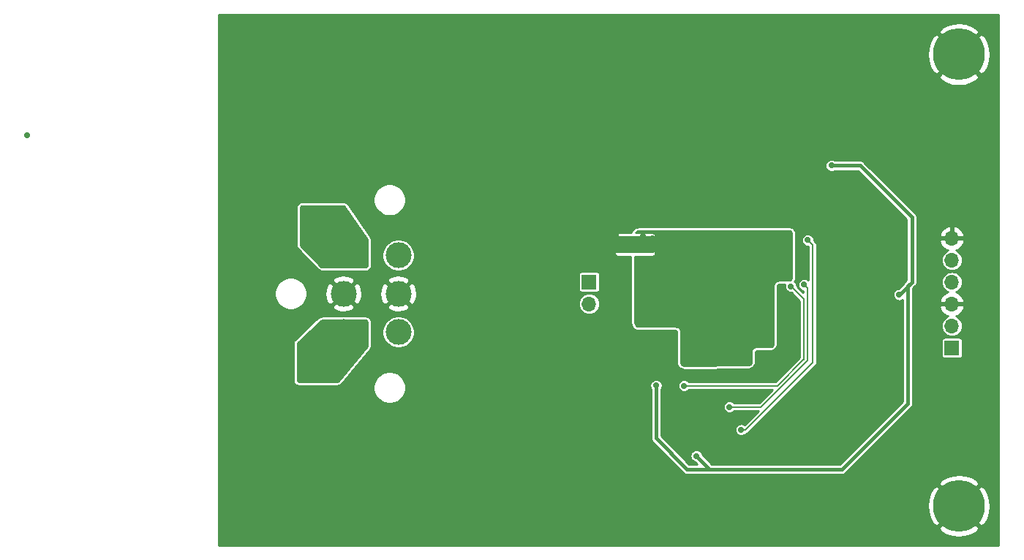
<source format=gbr>
G04 #@! TF.GenerationSoftware,KiCad,Pcbnew,(5.1.2)-2*
G04 #@! TF.CreationDate,2020-01-18T23:29:07-05:00*
G04 #@! TF.ProjectId,PowerSenseModule,506f7765-7253-4656-9e73-654d6f64756c,1.0*
G04 #@! TF.SameCoordinates,Original*
G04 #@! TF.FileFunction,Copper,L2,Bot*
G04 #@! TF.FilePolarity,Positive*
%FSLAX46Y46*%
G04 Gerber Fmt 4.6, Leading zero omitted, Abs format (unit mm)*
G04 Created by KiCad (PCBNEW (5.1.2)-2) date 2020-01-18 23:29:07*
%MOMM*%
%LPD*%
G04 APERTURE LIST*
%ADD10C,0.100000*%
%ADD11C,2.000000*%
%ADD12C,3.000000*%
%ADD13R,2.300000X3.500000*%
%ADD14O,1.700000X1.700000*%
%ADD15R,1.700000X1.700000*%
%ADD16C,6.000000*%
%ADD17C,0.700000*%
%ADD18C,0.450000*%
%ADD19C,0.200000*%
%ADD20C,0.254000*%
G04 APERTURE END LIST*
D10*
G36*
X155460000Y-87195000D02*
G01*
X159460000Y-87195000D01*
X159460000Y-85195000D01*
X155460000Y-85195000D01*
X155460000Y-87195000D01*
G37*
D11*
X159460000Y-86195000D03*
X155460000Y-86195000D03*
D12*
X130080000Y-96330000D03*
X123730000Y-96330000D03*
X130080000Y-91885000D03*
X123730000Y-91885000D03*
X130080000Y-87440000D03*
X123730000Y-87440000D03*
D13*
X120110000Y-78220000D03*
X120110000Y-83620000D03*
X119960000Y-105570000D03*
X119960000Y-100170000D03*
D14*
X152160000Y-93060000D03*
D15*
X152160000Y-90520000D03*
D16*
X194960000Y-116470000D03*
X194960000Y-64170000D03*
D15*
X194150000Y-98170000D03*
D14*
X194150000Y-95630000D03*
X194150000Y-93090000D03*
X194150000Y-90550000D03*
X194150000Y-88010000D03*
X194150000Y-85470000D03*
D17*
X87135000Y-73520000D03*
X135285000Y-112470000D03*
X136085000Y-112470000D03*
X136085000Y-113270000D03*
X135285000Y-113270000D03*
X134485000Y-114070000D03*
X136885000Y-112470000D03*
X136085000Y-114070000D03*
X137685000Y-112470000D03*
X136885000Y-113270000D03*
X134485000Y-113270000D03*
X134485000Y-112470000D03*
X135285000Y-114070000D03*
X137685000Y-113270000D03*
X137685000Y-114120000D03*
X136885000Y-114120000D03*
X191460000Y-100470000D03*
X190660000Y-101270000D03*
X190660000Y-102070000D03*
X190660000Y-100470000D03*
X191460000Y-102070000D03*
X191460000Y-101270000D03*
X186585000Y-84095000D03*
X188185000Y-84895000D03*
X187385000Y-84895000D03*
X187385000Y-84095000D03*
X186585000Y-84895000D03*
X188185000Y-84095000D03*
X174410000Y-92995000D03*
X157810000Y-82345000D03*
X157810000Y-81545000D03*
X157010000Y-81545000D03*
X157010000Y-83145000D03*
X157810000Y-83145000D03*
X157010000Y-82345000D03*
X122100000Y-112250000D03*
X121150000Y-112250000D03*
X122100000Y-111400000D03*
X121150000Y-111400000D03*
X175850000Y-103650000D03*
X186500000Y-103500000D03*
X169600000Y-101350000D03*
X162800000Y-109370000D03*
X168910000Y-76745000D03*
X168910000Y-77670000D03*
X168035000Y-76745000D03*
X185385000Y-99045000D03*
X185385000Y-99895000D03*
X186235000Y-99945000D03*
X186235000Y-99045000D03*
X145760000Y-91070000D03*
X146560000Y-91070000D03*
X147360000Y-91070000D03*
X148160000Y-91070000D03*
X148160000Y-91870000D03*
X147360000Y-91870000D03*
X146560000Y-91870000D03*
X145760000Y-91870000D03*
X144960000Y-91870000D03*
X144960000Y-92670000D03*
X145760000Y-92670000D03*
X146560000Y-92670000D03*
X147360000Y-92720000D03*
X148160000Y-92720000D03*
X144960000Y-91070000D03*
X121300000Y-74000000D03*
X122250000Y-73150000D03*
X121300000Y-73150000D03*
X122250000Y-74000000D03*
X174010000Y-79670000D03*
X173210000Y-80470000D03*
X173210000Y-81270000D03*
X174810000Y-79670000D03*
X172410000Y-81270000D03*
X174010000Y-80470000D03*
X171610000Y-81270000D03*
X171610000Y-80470000D03*
X172410000Y-79670000D03*
X171610000Y-79670000D03*
X172410000Y-80470000D03*
X173210000Y-79670000D03*
X174810000Y-81320000D03*
X174010000Y-81320000D03*
X174810000Y-80470000D03*
X167360000Y-79720000D03*
X166560000Y-79720000D03*
X165760000Y-78920000D03*
X164960000Y-78920000D03*
X166560000Y-80570000D03*
X165760000Y-79720000D03*
X164160000Y-78920000D03*
X167360000Y-80570000D03*
X164960000Y-79720000D03*
X164960000Y-80520000D03*
X164160000Y-80520000D03*
X166560000Y-78920000D03*
X164160000Y-79720000D03*
X167360000Y-78920000D03*
X165760000Y-80520000D03*
X160810000Y-111370000D03*
X188050000Y-92000000D03*
X159910000Y-102520000D03*
X164575000Y-110675000D03*
X180210000Y-77045000D03*
X165460000Y-97400000D03*
X165700000Y-86750000D03*
X174950000Y-89750000D03*
X170450000Y-87700000D03*
X158360000Y-85220000D03*
X166660000Y-95895000D03*
X169450015Y-99349999D03*
X169750000Y-107650000D03*
X177460000Y-85670000D03*
X163150000Y-102550000D03*
X175500000Y-91050000D03*
X168400000Y-105000000D03*
X177050000Y-90850000D03*
D18*
X155310000Y-80620000D02*
X155210000Y-80520000D01*
X155310000Y-85945000D02*
X155310000Y-80620000D01*
X188399999Y-91650001D02*
X189500000Y-90550000D01*
X188050000Y-92000000D02*
X188399999Y-91650001D01*
X167900000Y-112225000D02*
X166125000Y-112225000D01*
X166125000Y-112225000D02*
X164575000Y-110675000D01*
X164575000Y-110675000D02*
X164575000Y-110675000D01*
X189500000Y-83010000D02*
X189500000Y-90550000D01*
X180210000Y-77045000D02*
X183535000Y-77045000D01*
X183535000Y-77045000D02*
X189500000Y-83010000D01*
X159910000Y-108635000D02*
X159910000Y-102520000D01*
X163500000Y-112225000D02*
X159910000Y-108635000D01*
X167900000Y-112225000D02*
X163500000Y-112225000D01*
X181425000Y-112225000D02*
X167900000Y-112225000D01*
X189035000Y-104615000D02*
X181425000Y-112225000D01*
X189500000Y-90550000D02*
X189035000Y-91015000D01*
X189035000Y-91015000D02*
X189035000Y-104615000D01*
D19*
X158485000Y-85220000D02*
X159460000Y-86195000D01*
X158360000Y-85220000D02*
X158485000Y-85220000D01*
X160090000Y-86750000D02*
X159510000Y-86170000D01*
X165700000Y-86750000D02*
X160090000Y-86750000D01*
X170244974Y-107650000D02*
X178029999Y-99864975D01*
X178029999Y-86239999D02*
X177809999Y-86019999D01*
X177809999Y-86019999D02*
X177460000Y-85670000D01*
X169750000Y-107650000D02*
X170244974Y-107650000D01*
X178029999Y-99864975D02*
X178029999Y-86239999D01*
X175650000Y-90850000D02*
X175650000Y-90850000D01*
X177000000Y-92550000D02*
X175640010Y-91190010D01*
X173948444Y-102550000D02*
X177009990Y-99488454D01*
X163150000Y-102550000D02*
X173948444Y-102550000D01*
X177009990Y-99490010D02*
X177009990Y-92550000D01*
X177000000Y-99500000D02*
X177009990Y-99490010D01*
X177400000Y-91200000D02*
X177050000Y-90850000D01*
X177400000Y-99650000D02*
X177400000Y-91200000D01*
X168400000Y-105000000D02*
X172050000Y-105000000D01*
X172050000Y-105000000D02*
X177400000Y-99650000D01*
X177050000Y-90850000D02*
X177050000Y-90850000D01*
D20*
G36*
X199554001Y-121064000D02*
G01*
X109316000Y-121064000D01*
X109316000Y-119028686D01*
X192580919Y-119028686D01*
X192917106Y-119497868D01*
X193547068Y-119838237D01*
X194231327Y-120049166D01*
X194943589Y-120122550D01*
X195656482Y-120055569D01*
X196342609Y-119850796D01*
X196975603Y-119516102D01*
X197002894Y-119497868D01*
X197339081Y-119028686D01*
X194960000Y-116649605D01*
X192580919Y-119028686D01*
X109316000Y-119028686D01*
X109316000Y-116453589D01*
X191307450Y-116453589D01*
X191374431Y-117166482D01*
X191579204Y-117852609D01*
X191913898Y-118485603D01*
X191932132Y-118512894D01*
X192401314Y-118849081D01*
X194780395Y-116470000D01*
X195139605Y-116470000D01*
X197518686Y-118849081D01*
X197987868Y-118512894D01*
X198328237Y-117882932D01*
X198539166Y-117198673D01*
X198612550Y-116486411D01*
X198545569Y-115773518D01*
X198340796Y-115087391D01*
X198006102Y-114454397D01*
X197987868Y-114427106D01*
X197518686Y-114090919D01*
X195139605Y-116470000D01*
X194780395Y-116470000D01*
X192401314Y-114090919D01*
X191932132Y-114427106D01*
X191591763Y-115057068D01*
X191380834Y-115741327D01*
X191307450Y-116453589D01*
X109316000Y-116453589D01*
X109316000Y-113911314D01*
X192580919Y-113911314D01*
X194960000Y-116290395D01*
X197339081Y-113911314D01*
X197002894Y-113442132D01*
X196372932Y-113101763D01*
X195688673Y-112890834D01*
X194976411Y-112817450D01*
X194263518Y-112884431D01*
X193577391Y-113089204D01*
X192944397Y-113423898D01*
X192917106Y-113442132D01*
X192580919Y-113911314D01*
X109316000Y-113911314D01*
X109316000Y-102570938D01*
X127183000Y-102570938D01*
X127183000Y-102941462D01*
X127255286Y-103304867D01*
X127397080Y-103647187D01*
X127602932Y-103955267D01*
X127864933Y-104217268D01*
X128173013Y-104423120D01*
X128515333Y-104564914D01*
X128878738Y-104637200D01*
X129249262Y-104637200D01*
X129612667Y-104564914D01*
X129954987Y-104423120D01*
X130263067Y-104217268D01*
X130525068Y-103955267D01*
X130730920Y-103647187D01*
X130872714Y-103304867D01*
X130945000Y-102941462D01*
X130945000Y-102570938D01*
X130920547Y-102448003D01*
X159179000Y-102448003D01*
X159179000Y-102591997D01*
X159207092Y-102733225D01*
X159262196Y-102866258D01*
X159304001Y-102928824D01*
X159304000Y-108605235D01*
X159301068Y-108635000D01*
X159304000Y-108664765D01*
X159304000Y-108664769D01*
X159312768Y-108753796D01*
X159347420Y-108868027D01*
X159347421Y-108868028D01*
X159403692Y-108973304D01*
X159460443Y-109042456D01*
X159479420Y-109065580D01*
X159502545Y-109084558D01*
X163050442Y-112632455D01*
X163069420Y-112655580D01*
X163092544Y-112674557D01*
X163161695Y-112731309D01*
X163266971Y-112787580D01*
X163293558Y-112795645D01*
X163381203Y-112822232D01*
X163470230Y-112831000D01*
X163470232Y-112831000D01*
X163500000Y-112833932D01*
X163529768Y-112831000D01*
X166095234Y-112831000D01*
X166124999Y-112833932D01*
X166154764Y-112831000D01*
X181395235Y-112831000D01*
X181425000Y-112833932D01*
X181454765Y-112831000D01*
X181454770Y-112831000D01*
X181543797Y-112822232D01*
X181658028Y-112787580D01*
X181763304Y-112731308D01*
X181855580Y-112655580D01*
X181874558Y-112632455D01*
X189442461Y-105064553D01*
X189465580Y-105045580D01*
X189484553Y-105022461D01*
X189484557Y-105022457D01*
X189541308Y-104953305D01*
X189597579Y-104848029D01*
X189597580Y-104848028D01*
X189632232Y-104733797D01*
X189641000Y-104644770D01*
X189641000Y-104644758D01*
X189643931Y-104615001D01*
X189641000Y-104585243D01*
X189641000Y-97320000D01*
X192917157Y-97320000D01*
X192917157Y-99020000D01*
X192924513Y-99094689D01*
X192946299Y-99166508D01*
X192981678Y-99232696D01*
X193029289Y-99290711D01*
X193087304Y-99338322D01*
X193153492Y-99373701D01*
X193225311Y-99395487D01*
X193300000Y-99402843D01*
X195000000Y-99402843D01*
X195074689Y-99395487D01*
X195146508Y-99373701D01*
X195212696Y-99338322D01*
X195270711Y-99290711D01*
X195318322Y-99232696D01*
X195353701Y-99166508D01*
X195375487Y-99094689D01*
X195382843Y-99020000D01*
X195382843Y-97320000D01*
X195375487Y-97245311D01*
X195353701Y-97173492D01*
X195318322Y-97107304D01*
X195270711Y-97049289D01*
X195212696Y-97001678D01*
X195146508Y-96966299D01*
X195074689Y-96944513D01*
X195000000Y-96937157D01*
X193300000Y-96937157D01*
X193225311Y-96944513D01*
X193153492Y-96966299D01*
X193087304Y-97001678D01*
X193029289Y-97049289D01*
X192981678Y-97107304D01*
X192946299Y-97173492D01*
X192924513Y-97245311D01*
X192917157Y-97320000D01*
X189641000Y-97320000D01*
X189641000Y-93446890D01*
X192708524Y-93446890D01*
X192753175Y-93594099D01*
X192878359Y-93856920D01*
X193052412Y-94090269D01*
X193268645Y-94285178D01*
X193518748Y-94434157D01*
X193673305Y-94488983D01*
X193462784Y-94601509D01*
X193275340Y-94755340D01*
X193121509Y-94942784D01*
X193007202Y-95156637D01*
X192936812Y-95388682D01*
X192913044Y-95630000D01*
X192936812Y-95871318D01*
X193007202Y-96103363D01*
X193121509Y-96317216D01*
X193275340Y-96504660D01*
X193462784Y-96658491D01*
X193676637Y-96772798D01*
X193908682Y-96843188D01*
X194089528Y-96861000D01*
X194210472Y-96861000D01*
X194391318Y-96843188D01*
X194623363Y-96772798D01*
X194837216Y-96658491D01*
X195024660Y-96504660D01*
X195178491Y-96317216D01*
X195292798Y-96103363D01*
X195363188Y-95871318D01*
X195386956Y-95630000D01*
X195363188Y-95388682D01*
X195292798Y-95156637D01*
X195178491Y-94942784D01*
X195024660Y-94755340D01*
X194837216Y-94601509D01*
X194626695Y-94488983D01*
X194781252Y-94434157D01*
X195031355Y-94285178D01*
X195247588Y-94090269D01*
X195421641Y-93856920D01*
X195546825Y-93594099D01*
X195591476Y-93446890D01*
X195470155Y-93217000D01*
X194277000Y-93217000D01*
X194277000Y-93237000D01*
X194023000Y-93237000D01*
X194023000Y-93217000D01*
X192829845Y-93217000D01*
X192708524Y-93446890D01*
X189641000Y-93446890D01*
X189641000Y-92733110D01*
X192708524Y-92733110D01*
X192829845Y-92963000D01*
X194023000Y-92963000D01*
X194023000Y-92943000D01*
X194277000Y-92943000D01*
X194277000Y-92963000D01*
X195470155Y-92963000D01*
X195591476Y-92733110D01*
X195546825Y-92585901D01*
X195421641Y-92323080D01*
X195247588Y-92089731D01*
X195031355Y-91894822D01*
X194781252Y-91745843D01*
X194626695Y-91691017D01*
X194837216Y-91578491D01*
X195024660Y-91424660D01*
X195178491Y-91237216D01*
X195292798Y-91023363D01*
X195363188Y-90791318D01*
X195386956Y-90550000D01*
X195363188Y-90308682D01*
X195292798Y-90076637D01*
X195178491Y-89862784D01*
X195024660Y-89675340D01*
X194837216Y-89521509D01*
X194623363Y-89407202D01*
X194391318Y-89336812D01*
X194210472Y-89319000D01*
X194089528Y-89319000D01*
X193908682Y-89336812D01*
X193676637Y-89407202D01*
X193462784Y-89521509D01*
X193275340Y-89675340D01*
X193121509Y-89862784D01*
X193007202Y-90076637D01*
X192936812Y-90308682D01*
X192913044Y-90550000D01*
X192936812Y-90791318D01*
X193007202Y-91023363D01*
X193121509Y-91237216D01*
X193275340Y-91424660D01*
X193462784Y-91578491D01*
X193673305Y-91691017D01*
X193518748Y-91745843D01*
X193268645Y-91894822D01*
X193052412Y-92089731D01*
X192878359Y-92323080D01*
X192753175Y-92585901D01*
X192708524Y-92733110D01*
X189641000Y-92733110D01*
X189641000Y-91266014D01*
X189907461Y-90999553D01*
X189930580Y-90980580D01*
X189949553Y-90957461D01*
X189949557Y-90957457D01*
X190006308Y-90888305D01*
X190050856Y-90804961D01*
X190062580Y-90783028D01*
X190097232Y-90668797D01*
X190106000Y-90579770D01*
X190106000Y-90579759D01*
X190108931Y-90550001D01*
X190106000Y-90520243D01*
X190106000Y-85826890D01*
X192708524Y-85826890D01*
X192753175Y-85974099D01*
X192878359Y-86236920D01*
X193052412Y-86470269D01*
X193268645Y-86665178D01*
X193518748Y-86814157D01*
X193673305Y-86868983D01*
X193462784Y-86981509D01*
X193275340Y-87135340D01*
X193121509Y-87322784D01*
X193007202Y-87536637D01*
X192936812Y-87768682D01*
X192913044Y-88010000D01*
X192936812Y-88251318D01*
X193007202Y-88483363D01*
X193121509Y-88697216D01*
X193275340Y-88884660D01*
X193462784Y-89038491D01*
X193676637Y-89152798D01*
X193908682Y-89223188D01*
X194089528Y-89241000D01*
X194210472Y-89241000D01*
X194391318Y-89223188D01*
X194623363Y-89152798D01*
X194837216Y-89038491D01*
X195024660Y-88884660D01*
X195178491Y-88697216D01*
X195292798Y-88483363D01*
X195363188Y-88251318D01*
X195386956Y-88010000D01*
X195363188Y-87768682D01*
X195292798Y-87536637D01*
X195178491Y-87322784D01*
X195024660Y-87135340D01*
X194837216Y-86981509D01*
X194626695Y-86868983D01*
X194781252Y-86814157D01*
X195031355Y-86665178D01*
X195247588Y-86470269D01*
X195421641Y-86236920D01*
X195546825Y-85974099D01*
X195591476Y-85826890D01*
X195470155Y-85597000D01*
X194277000Y-85597000D01*
X194277000Y-85617000D01*
X194023000Y-85617000D01*
X194023000Y-85597000D01*
X192829845Y-85597000D01*
X192708524Y-85826890D01*
X190106000Y-85826890D01*
X190106000Y-85113110D01*
X192708524Y-85113110D01*
X192829845Y-85343000D01*
X194023000Y-85343000D01*
X194023000Y-84149186D01*
X194277000Y-84149186D01*
X194277000Y-85343000D01*
X195470155Y-85343000D01*
X195591476Y-85113110D01*
X195546825Y-84965901D01*
X195421641Y-84703080D01*
X195247588Y-84469731D01*
X195031355Y-84274822D01*
X194781252Y-84125843D01*
X194506891Y-84028519D01*
X194277000Y-84149186D01*
X194023000Y-84149186D01*
X193793109Y-84028519D01*
X193518748Y-84125843D01*
X193268645Y-84274822D01*
X193052412Y-84469731D01*
X192878359Y-84703080D01*
X192753175Y-84965901D01*
X192708524Y-85113110D01*
X190106000Y-85113110D01*
X190106000Y-83039765D01*
X190108932Y-83010000D01*
X190106000Y-82980230D01*
X190097232Y-82891203D01*
X190062580Y-82776972D01*
X190049483Y-82752469D01*
X190006309Y-82671695D01*
X189949557Y-82602543D01*
X189949553Y-82602539D01*
X189930580Y-82579420D01*
X189907462Y-82560448D01*
X183984558Y-76637545D01*
X183965580Y-76614420D01*
X183873304Y-76538692D01*
X183768028Y-76482420D01*
X183653797Y-76447768D01*
X183564770Y-76439000D01*
X183564765Y-76439000D01*
X183535000Y-76436068D01*
X183505235Y-76439000D01*
X180618822Y-76439000D01*
X180556258Y-76397196D01*
X180423225Y-76342092D01*
X180281997Y-76314000D01*
X180138003Y-76314000D01*
X179996775Y-76342092D01*
X179863742Y-76397196D01*
X179744015Y-76477195D01*
X179642195Y-76579015D01*
X179562196Y-76698742D01*
X179507092Y-76831775D01*
X179479000Y-76973003D01*
X179479000Y-77116997D01*
X179507092Y-77258225D01*
X179562196Y-77391258D01*
X179642195Y-77510985D01*
X179744015Y-77612805D01*
X179863742Y-77692804D01*
X179996775Y-77747908D01*
X180138003Y-77776000D01*
X180281997Y-77776000D01*
X180423225Y-77747908D01*
X180556258Y-77692804D01*
X180618822Y-77651000D01*
X183283987Y-77651000D01*
X188894000Y-83261014D01*
X188894001Y-90298985D01*
X188627541Y-90565445D01*
X188604420Y-90584420D01*
X188585446Y-90607541D01*
X187910575Y-91282412D01*
X187836775Y-91297092D01*
X187703742Y-91352196D01*
X187584015Y-91432195D01*
X187482195Y-91534015D01*
X187402196Y-91653742D01*
X187347092Y-91786775D01*
X187319000Y-91928003D01*
X187319000Y-92071997D01*
X187347092Y-92213225D01*
X187402196Y-92346258D01*
X187482195Y-92465985D01*
X187584015Y-92567805D01*
X187703742Y-92647804D01*
X187836775Y-92702908D01*
X187978003Y-92731000D01*
X188121997Y-92731000D01*
X188263225Y-92702908D01*
X188396258Y-92647804D01*
X188429000Y-92625926D01*
X188429001Y-104363985D01*
X181173987Y-111619000D01*
X166376014Y-111619000D01*
X165292588Y-110535574D01*
X165277908Y-110461775D01*
X165222804Y-110328742D01*
X165142805Y-110209015D01*
X165040985Y-110107195D01*
X164921258Y-110027196D01*
X164788225Y-109972092D01*
X164646997Y-109944000D01*
X164503003Y-109944000D01*
X164361775Y-109972092D01*
X164228742Y-110027196D01*
X164109015Y-110107195D01*
X164007195Y-110209015D01*
X163927196Y-110328742D01*
X163872092Y-110461775D01*
X163844000Y-110603003D01*
X163844000Y-110746997D01*
X163872092Y-110888225D01*
X163927196Y-111021258D01*
X164007195Y-111140985D01*
X164109015Y-111242805D01*
X164228742Y-111322804D01*
X164361775Y-111377908D01*
X164435574Y-111392588D01*
X164661987Y-111619000D01*
X163751013Y-111619000D01*
X160516000Y-108383987D01*
X160516000Y-102928822D01*
X160557804Y-102866258D01*
X160612908Y-102733225D01*
X160641000Y-102591997D01*
X160641000Y-102448003D01*
X160612908Y-102306775D01*
X160557804Y-102173742D01*
X160477805Y-102054015D01*
X160375985Y-101952195D01*
X160256258Y-101872196D01*
X160123225Y-101817092D01*
X159981997Y-101789000D01*
X159838003Y-101789000D01*
X159696775Y-101817092D01*
X159563742Y-101872196D01*
X159444015Y-101952195D01*
X159342195Y-102054015D01*
X159262196Y-102173742D01*
X159207092Y-102306775D01*
X159179000Y-102448003D01*
X130920547Y-102448003D01*
X130872714Y-102207533D01*
X130730920Y-101865213D01*
X130525068Y-101557133D01*
X130263067Y-101295132D01*
X129954987Y-101089280D01*
X129612667Y-100947486D01*
X129249262Y-100875200D01*
X128878738Y-100875200D01*
X128515333Y-100947486D01*
X128173013Y-101089280D01*
X127864933Y-101295132D01*
X127602932Y-101557133D01*
X127397080Y-101865213D01*
X127255286Y-102207533D01*
X127183000Y-102570938D01*
X109316000Y-102570938D01*
X109316000Y-97678821D01*
X117879000Y-97678821D01*
X117879000Y-101920000D01*
X117886321Y-101994329D01*
X117905351Y-102090000D01*
X117927032Y-102161472D01*
X117962240Y-102227342D01*
X118016433Y-102308448D01*
X118063816Y-102366185D01*
X118121552Y-102413567D01*
X118202658Y-102467760D01*
X118268527Y-102502968D01*
X118340000Y-102524649D01*
X118435671Y-102543679D01*
X118510000Y-102551000D01*
X123042540Y-102551000D01*
X123125542Y-102541849D01*
X123231853Y-102518119D01*
X123318849Y-102487242D01*
X123382103Y-102447525D01*
X123468231Y-102380839D01*
X123528257Y-102322790D01*
X126795717Y-98382617D01*
X126833219Y-98328477D01*
X126875950Y-98253717D01*
X126900465Y-98202225D01*
X126920477Y-98130267D01*
X126935307Y-98045443D01*
X126941000Y-97979827D01*
X126941000Y-96144738D01*
X128199000Y-96144738D01*
X128199000Y-96515262D01*
X128271286Y-96878667D01*
X128413080Y-97220987D01*
X128618932Y-97529067D01*
X128880933Y-97791068D01*
X129189013Y-97996920D01*
X129531333Y-98138714D01*
X129894738Y-98211000D01*
X130265262Y-98211000D01*
X130628667Y-98138714D01*
X130970987Y-97996920D01*
X131279067Y-97791068D01*
X131541068Y-97529067D01*
X131746920Y-97220987D01*
X131888714Y-96878667D01*
X131961000Y-96515262D01*
X131961000Y-96144738D01*
X131888714Y-95781333D01*
X131746920Y-95439013D01*
X131541068Y-95130933D01*
X131279067Y-94868932D01*
X130970987Y-94663080D01*
X130628667Y-94521286D01*
X130265262Y-94449000D01*
X129894738Y-94449000D01*
X129531333Y-94521286D01*
X129189013Y-94663080D01*
X128880933Y-94868932D01*
X128618932Y-95130933D01*
X128413080Y-95439013D01*
X128271286Y-95781333D01*
X128199000Y-96144738D01*
X126941000Y-96144738D01*
X126941000Y-95120000D01*
X126933679Y-95045671D01*
X126914649Y-94950000D01*
X126892968Y-94878528D01*
X126857760Y-94812658D01*
X126803567Y-94731552D01*
X126756184Y-94673815D01*
X126698448Y-94626433D01*
X126617342Y-94572240D01*
X126551473Y-94537032D01*
X126480000Y-94515351D01*
X126384329Y-94496321D01*
X126310000Y-94489000D01*
X124116355Y-94489000D01*
X123915262Y-94449000D01*
X123544738Y-94449000D01*
X123343645Y-94489000D01*
X121258363Y-94489000D01*
X121187373Y-94495672D01*
X121095840Y-94513031D01*
X121030500Y-94531585D01*
X120963711Y-94565018D01*
X120884890Y-94614686D01*
X120828389Y-94658175D01*
X118080025Y-97216995D01*
X118028633Y-97275773D01*
X117969763Y-97358969D01*
X117930093Y-97430103D01*
X117907774Y-97501380D01*
X117886999Y-97601158D01*
X117879000Y-97678821D01*
X109316000Y-97678821D01*
X109316000Y-91699738D01*
X115753000Y-91699738D01*
X115753000Y-92070262D01*
X115825286Y-92433667D01*
X115967080Y-92775987D01*
X116172932Y-93084067D01*
X116434933Y-93346068D01*
X116743013Y-93551920D01*
X117085333Y-93693714D01*
X117448738Y-93766000D01*
X117819262Y-93766000D01*
X118182667Y-93693714D01*
X118524987Y-93551920D01*
X118787293Y-93376653D01*
X122417952Y-93376653D01*
X122573962Y-93692214D01*
X122948745Y-93883020D01*
X123353551Y-93997044D01*
X123772824Y-94029902D01*
X124190451Y-93980334D01*
X124590383Y-93850243D01*
X124886038Y-93692214D01*
X125042048Y-93376653D01*
X128767952Y-93376653D01*
X128923962Y-93692214D01*
X129298745Y-93883020D01*
X129703551Y-93997044D01*
X130122824Y-94029902D01*
X130540451Y-93980334D01*
X130940383Y-93850243D01*
X131236038Y-93692214D01*
X131392048Y-93376653D01*
X130080000Y-92064605D01*
X128767952Y-93376653D01*
X125042048Y-93376653D01*
X123730000Y-92064605D01*
X122417952Y-93376653D01*
X118787293Y-93376653D01*
X118833067Y-93346068D01*
X119095068Y-93084067D01*
X119300920Y-92775987D01*
X119442714Y-92433667D01*
X119515000Y-92070262D01*
X119515000Y-91927824D01*
X121585098Y-91927824D01*
X121634666Y-92345451D01*
X121764757Y-92745383D01*
X121922786Y-93041038D01*
X122238347Y-93197048D01*
X123550395Y-91885000D01*
X123909605Y-91885000D01*
X125221653Y-93197048D01*
X125537214Y-93041038D01*
X125728020Y-92666255D01*
X125842044Y-92261449D01*
X125868189Y-91927824D01*
X127935098Y-91927824D01*
X127984666Y-92345451D01*
X128114757Y-92745383D01*
X128272786Y-93041038D01*
X128588347Y-93197048D01*
X129900395Y-91885000D01*
X130259605Y-91885000D01*
X131571653Y-93197048D01*
X131848859Y-93060000D01*
X150923044Y-93060000D01*
X150946812Y-93301318D01*
X151017202Y-93533363D01*
X151131509Y-93747216D01*
X151285340Y-93934660D01*
X151472784Y-94088491D01*
X151686637Y-94202798D01*
X151918682Y-94273188D01*
X152099528Y-94291000D01*
X152220472Y-94291000D01*
X152401318Y-94273188D01*
X152633363Y-94202798D01*
X152847216Y-94088491D01*
X153034660Y-93934660D01*
X153188491Y-93747216D01*
X153302798Y-93533363D01*
X153373188Y-93301318D01*
X153396956Y-93060000D01*
X153373188Y-92818682D01*
X153302798Y-92586637D01*
X153188491Y-92372784D01*
X153034660Y-92185340D01*
X152847216Y-92031509D01*
X152633363Y-91917202D01*
X152401318Y-91846812D01*
X152220472Y-91829000D01*
X152099528Y-91829000D01*
X151918682Y-91846812D01*
X151686637Y-91917202D01*
X151472784Y-92031509D01*
X151285340Y-92185340D01*
X151131509Y-92372784D01*
X151017202Y-92586637D01*
X150946812Y-92818682D01*
X150923044Y-93060000D01*
X131848859Y-93060000D01*
X131887214Y-93041038D01*
X132078020Y-92666255D01*
X132192044Y-92261449D01*
X132224902Y-91842176D01*
X132175334Y-91424549D01*
X132045243Y-91024617D01*
X131887214Y-90728962D01*
X131571653Y-90572952D01*
X130259605Y-91885000D01*
X129900395Y-91885000D01*
X128588347Y-90572952D01*
X128272786Y-90728962D01*
X128081980Y-91103745D01*
X127967956Y-91508551D01*
X127935098Y-91927824D01*
X125868189Y-91927824D01*
X125874902Y-91842176D01*
X125825334Y-91424549D01*
X125695243Y-91024617D01*
X125537214Y-90728962D01*
X125221653Y-90572952D01*
X123909605Y-91885000D01*
X123550395Y-91885000D01*
X122238347Y-90572952D01*
X121922786Y-90728962D01*
X121731980Y-91103745D01*
X121617956Y-91508551D01*
X121585098Y-91927824D01*
X119515000Y-91927824D01*
X119515000Y-91699738D01*
X119442714Y-91336333D01*
X119300920Y-90994013D01*
X119095068Y-90685933D01*
X118833067Y-90423932D01*
X118787294Y-90393347D01*
X122417952Y-90393347D01*
X123730000Y-91705395D01*
X125042048Y-90393347D01*
X128767952Y-90393347D01*
X130080000Y-91705395D01*
X131392048Y-90393347D01*
X131236038Y-90077786D01*
X130861255Y-89886980D01*
X130456449Y-89772956D01*
X130037176Y-89740098D01*
X129619549Y-89789666D01*
X129219617Y-89919757D01*
X128923962Y-90077786D01*
X128767952Y-90393347D01*
X125042048Y-90393347D01*
X124886038Y-90077786D01*
X124511255Y-89886980D01*
X124106449Y-89772956D01*
X123687176Y-89740098D01*
X123269549Y-89789666D01*
X122869617Y-89919757D01*
X122573962Y-90077786D01*
X122417952Y-90393347D01*
X118787294Y-90393347D01*
X118524987Y-90218080D01*
X118182667Y-90076286D01*
X117819262Y-90004000D01*
X117448738Y-90004000D01*
X117085333Y-90076286D01*
X116743013Y-90218080D01*
X116434933Y-90423932D01*
X116172932Y-90685933D01*
X115967080Y-90994013D01*
X115825286Y-91336333D01*
X115753000Y-91699738D01*
X109316000Y-91699738D01*
X109316000Y-89670000D01*
X150927157Y-89670000D01*
X150927157Y-91370000D01*
X150934513Y-91444689D01*
X150956299Y-91516508D01*
X150991678Y-91582696D01*
X151039289Y-91640711D01*
X151097304Y-91688322D01*
X151163492Y-91723701D01*
X151235311Y-91745487D01*
X151310000Y-91752843D01*
X153010000Y-91752843D01*
X153084689Y-91745487D01*
X153156508Y-91723701D01*
X153222696Y-91688322D01*
X153280711Y-91640711D01*
X153328322Y-91582696D01*
X153363701Y-91516508D01*
X153385487Y-91444689D01*
X153392843Y-91370000D01*
X153392843Y-89670000D01*
X153385487Y-89595311D01*
X153363701Y-89523492D01*
X153328322Y-89457304D01*
X153280711Y-89399289D01*
X153222696Y-89351678D01*
X153156508Y-89316299D01*
X153084689Y-89294513D01*
X153010000Y-89287157D01*
X151310000Y-89287157D01*
X151235311Y-89294513D01*
X151163492Y-89316299D01*
X151097304Y-89351678D01*
X151039289Y-89399289D01*
X150991678Y-89457304D01*
X150956299Y-89523492D01*
X150934513Y-89595311D01*
X150927157Y-89670000D01*
X109316000Y-89670000D01*
X109316000Y-81870000D01*
X118279000Y-81870000D01*
X118279000Y-86316447D01*
X118286321Y-86390777D01*
X118305351Y-86486447D01*
X118327032Y-86557918D01*
X118362240Y-86623788D01*
X118416433Y-86704894D01*
X118463815Y-86762631D01*
X120817369Y-89116185D01*
X120875106Y-89163567D01*
X120956212Y-89217760D01*
X121022080Y-89252968D01*
X121093553Y-89274649D01*
X121189223Y-89293679D01*
X121263553Y-89301000D01*
X123444192Y-89301000D01*
X123544738Y-89321000D01*
X123915262Y-89321000D01*
X124015808Y-89301000D01*
X126310000Y-89301000D01*
X126384329Y-89293679D01*
X126480000Y-89274649D01*
X126551472Y-89252968D01*
X126617342Y-89217760D01*
X126698448Y-89163567D01*
X126756185Y-89116184D01*
X126803567Y-89058448D01*
X126857760Y-88977342D01*
X126892968Y-88911473D01*
X126914649Y-88840000D01*
X126933679Y-88744329D01*
X126941000Y-88670000D01*
X126941000Y-87254738D01*
X128199000Y-87254738D01*
X128199000Y-87625262D01*
X128271286Y-87988667D01*
X128413080Y-88330987D01*
X128618932Y-88639067D01*
X128880933Y-88901068D01*
X129189013Y-89106920D01*
X129531333Y-89248714D01*
X129894738Y-89321000D01*
X130265262Y-89321000D01*
X130628667Y-89248714D01*
X130970987Y-89106920D01*
X131279067Y-88901068D01*
X131541068Y-88639067D01*
X131746920Y-88330987D01*
X131888714Y-87988667D01*
X131961000Y-87625262D01*
X131961000Y-87254738D01*
X131888714Y-86891333D01*
X131746920Y-86549013D01*
X131541068Y-86240933D01*
X131279067Y-85978932D01*
X130970987Y-85773080D01*
X130628667Y-85631286D01*
X130265262Y-85559000D01*
X129894738Y-85559000D01*
X129531333Y-85631286D01*
X129189013Y-85773080D01*
X128880933Y-85978932D01*
X128618932Y-86240933D01*
X128413080Y-86549013D01*
X128271286Y-86891333D01*
X128199000Y-87254738D01*
X126941000Y-87254738D01*
X126941000Y-85598094D01*
X126936642Y-85540634D01*
X126925270Y-85466092D01*
X126917036Y-85426411D01*
X126891006Y-85356405D01*
X126857926Y-85288645D01*
X126828803Y-85238923D01*
X126798395Y-85195000D01*
X155079000Y-85195000D01*
X155079000Y-87195000D01*
X155082501Y-87230704D01*
X155085749Y-87266392D01*
X155086125Y-87267671D01*
X155086256Y-87269003D01*
X155096631Y-87303368D01*
X155106743Y-87337725D01*
X155107362Y-87338908D01*
X155107748Y-87340188D01*
X155124583Y-87371850D01*
X155141193Y-87403622D01*
X155142030Y-87404663D01*
X155142657Y-87405842D01*
X155165300Y-87433605D01*
X155187786Y-87461572D01*
X155188810Y-87462431D01*
X155189654Y-87463466D01*
X155217269Y-87486311D01*
X155244748Y-87509368D01*
X155245919Y-87510012D01*
X155246948Y-87510863D01*
X155278446Y-87527894D01*
X155309908Y-87545191D01*
X155311184Y-87545596D01*
X155312357Y-87546230D01*
X155346598Y-87556829D01*
X155380786Y-87567674D01*
X155382112Y-87567823D01*
X155383389Y-87568218D01*
X155419064Y-87571968D01*
X155454680Y-87575963D01*
X155457243Y-87575981D01*
X155457340Y-87575991D01*
X155457437Y-87575982D01*
X155460000Y-87576000D01*
X156979000Y-87576000D01*
X156979000Y-95295000D01*
X156982259Y-95344730D01*
X156999296Y-95474140D01*
X157025039Y-95570212D01*
X157074989Y-95690802D01*
X157124721Y-95776940D01*
X157204181Y-95880493D01*
X157274507Y-95950819D01*
X157378060Y-96030279D01*
X157464198Y-96080011D01*
X157584788Y-96129961D01*
X157680860Y-96155704D01*
X157810270Y-96172741D01*
X157860000Y-96176000D01*
X162132163Y-96176000D01*
X162187264Y-96183280D01*
X162215250Y-96194918D01*
X162239253Y-96213424D01*
X162257623Y-96237525D01*
X162269105Y-96265575D01*
X162276080Y-96320720D01*
X162256811Y-99796687D01*
X162259843Y-99846817D01*
X162276419Y-99977291D01*
X162302015Y-100074185D01*
X162352039Y-100195823D01*
X162402018Y-100282693D01*
X162482030Y-100387078D01*
X162552930Y-100457909D01*
X162657393Y-100537819D01*
X162744311Y-100587712D01*
X162865998Y-100637618D01*
X162962920Y-100663121D01*
X163093410Y-100679569D01*
X163143541Y-100682552D01*
X170555744Y-100634230D01*
X170605245Y-100630675D01*
X170734016Y-100612939D01*
X170829553Y-100586783D01*
X170949402Y-100536452D01*
X171034966Y-100486554D01*
X171137790Y-100407031D01*
X171207601Y-100336764D01*
X171286452Y-100233423D01*
X171335790Y-100147536D01*
X171385338Y-100027363D01*
X171410870Y-99931660D01*
X171427767Y-99802775D01*
X171431000Y-99753249D01*
X171431000Y-98674975D01*
X171438231Y-98620048D01*
X171449789Y-98592145D01*
X171468179Y-98568179D01*
X171492145Y-98549789D01*
X171520048Y-98538231D01*
X171574975Y-98531000D01*
X173100000Y-98531000D01*
X173149730Y-98527741D01*
X173279140Y-98510704D01*
X173375212Y-98484961D01*
X173495802Y-98435011D01*
X173581940Y-98385279D01*
X173685493Y-98305819D01*
X173755819Y-98235493D01*
X173835279Y-98131940D01*
X173885011Y-98045802D01*
X173934961Y-97925212D01*
X173960704Y-97829140D01*
X173977741Y-97699730D01*
X173981000Y-97650000D01*
X173981000Y-90994975D01*
X173988231Y-90940048D01*
X173999789Y-90912145D01*
X174018179Y-90888179D01*
X174042145Y-90869789D01*
X174070048Y-90858231D01*
X174124975Y-90851000D01*
X174794262Y-90851000D01*
X174769000Y-90978003D01*
X174769000Y-91121997D01*
X174797092Y-91263225D01*
X174852196Y-91396258D01*
X174932195Y-91515985D01*
X175034015Y-91617805D01*
X175153742Y-91697804D01*
X175286775Y-91752908D01*
X175428003Y-91781000D01*
X175550764Y-91781000D01*
X176528991Y-92759228D01*
X176528990Y-99289217D01*
X173749208Y-102069000D01*
X163702790Y-102069000D01*
X163615985Y-101982195D01*
X163496258Y-101902196D01*
X163363225Y-101847092D01*
X163221997Y-101819000D01*
X163078003Y-101819000D01*
X162936775Y-101847092D01*
X162803742Y-101902196D01*
X162684015Y-101982195D01*
X162582195Y-102084015D01*
X162502196Y-102203742D01*
X162447092Y-102336775D01*
X162419000Y-102478003D01*
X162419000Y-102621997D01*
X162447092Y-102763225D01*
X162502196Y-102896258D01*
X162582195Y-103015985D01*
X162684015Y-103117805D01*
X162803742Y-103197804D01*
X162936775Y-103252908D01*
X163078003Y-103281000D01*
X163221997Y-103281000D01*
X163363225Y-103252908D01*
X163496258Y-103197804D01*
X163615985Y-103117805D01*
X163702790Y-103031000D01*
X173338764Y-103031000D01*
X171850764Y-104519000D01*
X168952790Y-104519000D01*
X168865985Y-104432195D01*
X168746258Y-104352196D01*
X168613225Y-104297092D01*
X168471997Y-104269000D01*
X168328003Y-104269000D01*
X168186775Y-104297092D01*
X168053742Y-104352196D01*
X167934015Y-104432195D01*
X167832195Y-104534015D01*
X167752196Y-104653742D01*
X167697092Y-104786775D01*
X167669000Y-104928003D01*
X167669000Y-105071997D01*
X167697092Y-105213225D01*
X167752196Y-105346258D01*
X167832195Y-105465985D01*
X167934015Y-105567805D01*
X168053742Y-105647804D01*
X168186775Y-105702908D01*
X168328003Y-105731000D01*
X168471997Y-105731000D01*
X168613225Y-105702908D01*
X168746258Y-105647804D01*
X168865985Y-105567805D01*
X168952790Y-105481000D01*
X171733738Y-105481000D01*
X170165965Y-107048773D01*
X170096258Y-107002196D01*
X169963225Y-106947092D01*
X169821997Y-106919000D01*
X169678003Y-106919000D01*
X169536775Y-106947092D01*
X169403742Y-107002196D01*
X169284015Y-107082195D01*
X169182195Y-107184015D01*
X169102196Y-107303742D01*
X169047092Y-107436775D01*
X169019000Y-107578003D01*
X169019000Y-107721997D01*
X169047092Y-107863225D01*
X169102196Y-107996258D01*
X169182195Y-108115985D01*
X169284015Y-108217805D01*
X169403742Y-108297804D01*
X169536775Y-108352908D01*
X169678003Y-108381000D01*
X169821997Y-108381000D01*
X169963225Y-108352908D01*
X170096258Y-108297804D01*
X170215985Y-108217805D01*
X170306525Y-108127265D01*
X170339266Y-108124040D01*
X170429935Y-108096536D01*
X170513496Y-108051872D01*
X170586738Y-107991764D01*
X170601804Y-107973406D01*
X178353411Y-100221800D01*
X178371763Y-100206739D01*
X178431871Y-100133497D01*
X178476535Y-100049936D01*
X178504039Y-99959267D01*
X178510999Y-99888601D01*
X178510999Y-99888600D01*
X178513326Y-99864975D01*
X178510999Y-99841349D01*
X178510999Y-86263625D01*
X178513326Y-86239999D01*
X178504039Y-86145706D01*
X178482805Y-86075708D01*
X178476535Y-86055038D01*
X178431871Y-85971477D01*
X178371763Y-85898235D01*
X178353405Y-85883169D01*
X178191000Y-85720764D01*
X178191000Y-85598003D01*
X178162908Y-85456775D01*
X178107804Y-85323742D01*
X178027805Y-85204015D01*
X177925985Y-85102195D01*
X177806258Y-85022196D01*
X177673225Y-84967092D01*
X177531997Y-84939000D01*
X177388003Y-84939000D01*
X177246775Y-84967092D01*
X177113742Y-85022196D01*
X176994015Y-85102195D01*
X176892195Y-85204015D01*
X176812196Y-85323742D01*
X176757092Y-85456775D01*
X176729000Y-85598003D01*
X176729000Y-85741997D01*
X176757092Y-85883225D01*
X176812196Y-86016258D01*
X176892195Y-86135985D01*
X176994015Y-86237805D01*
X177113742Y-86317804D01*
X177246775Y-86372908D01*
X177388003Y-86401000D01*
X177510764Y-86401000D01*
X177549000Y-86439236D01*
X177549000Y-90315210D01*
X177515985Y-90282195D01*
X177396258Y-90202196D01*
X177263225Y-90147092D01*
X177121997Y-90119000D01*
X176978003Y-90119000D01*
X176836775Y-90147092D01*
X176703742Y-90202196D01*
X176584015Y-90282195D01*
X176482195Y-90384015D01*
X176402196Y-90503742D01*
X176347092Y-90636775D01*
X176319000Y-90778003D01*
X176319000Y-90921997D01*
X176347092Y-91063225D01*
X176402196Y-91196258D01*
X176482195Y-91315985D01*
X176584015Y-91417805D01*
X176703742Y-91497804D01*
X176836775Y-91552908D01*
X176919001Y-91569264D01*
X176919001Y-91788764D01*
X176231000Y-91100764D01*
X176231000Y-90978003D01*
X176202908Y-90836775D01*
X176147804Y-90703742D01*
X176067805Y-90584015D01*
X175965985Y-90482195D01*
X175936950Y-90462794D01*
X175945279Y-90451940D01*
X175995011Y-90365802D01*
X176044961Y-90245212D01*
X176070704Y-90149140D01*
X176087741Y-90019730D01*
X176091000Y-89970000D01*
X176091000Y-84985617D01*
X176087729Y-84935799D01*
X176070632Y-84806166D01*
X176044799Y-84709936D01*
X175994677Y-84589169D01*
X175944781Y-84502931D01*
X175865063Y-84399288D01*
X175794512Y-84328932D01*
X175690648Y-84249501D01*
X175604270Y-84199843D01*
X175483364Y-84150056D01*
X175387062Y-84124490D01*
X175257382Y-84107753D01*
X175207556Y-84104620D01*
X157857556Y-84152759D01*
X157807924Y-84156145D01*
X157678785Y-84173480D01*
X157582939Y-84199399D01*
X157462664Y-84249512D01*
X157376772Y-84299314D01*
X157273529Y-84378801D01*
X157203420Y-84449105D01*
X157124220Y-84552568D01*
X157074657Y-84638597D01*
X157024878Y-84759010D01*
X157010171Y-84814000D01*
X155460000Y-84814000D01*
X155424296Y-84817501D01*
X155388608Y-84820749D01*
X155387329Y-84821125D01*
X155385997Y-84821256D01*
X155351632Y-84831631D01*
X155317275Y-84841743D01*
X155316092Y-84842362D01*
X155314812Y-84842748D01*
X155283150Y-84859583D01*
X155251378Y-84876193D01*
X155250337Y-84877030D01*
X155249158Y-84877657D01*
X155221395Y-84900300D01*
X155193428Y-84922786D01*
X155192569Y-84923810D01*
X155191534Y-84924654D01*
X155168689Y-84952269D01*
X155145632Y-84979748D01*
X155144988Y-84980919D01*
X155144137Y-84981948D01*
X155127106Y-85013446D01*
X155109809Y-85044908D01*
X155109404Y-85046184D01*
X155108770Y-85047357D01*
X155098171Y-85081598D01*
X155087326Y-85115786D01*
X155087177Y-85117112D01*
X155086782Y-85118389D01*
X155083032Y-85154064D01*
X155079037Y-85189680D01*
X155079019Y-85192243D01*
X155079009Y-85192340D01*
X155079018Y-85192437D01*
X155079000Y-85195000D01*
X126798395Y-85195000D01*
X124247815Y-81510829D01*
X124186912Y-81442252D01*
X124097390Y-81363109D01*
X124006515Y-81303466D01*
X123936088Y-81278594D01*
X123820062Y-81250039D01*
X123729012Y-81239000D01*
X118910000Y-81239000D01*
X118835671Y-81246321D01*
X118740000Y-81265351D01*
X118668528Y-81287032D01*
X118602658Y-81322240D01*
X118521552Y-81376433D01*
X118463815Y-81423816D01*
X118416433Y-81481552D01*
X118362240Y-81562658D01*
X118327032Y-81628527D01*
X118305351Y-81700000D01*
X118286321Y-81795671D01*
X118279000Y-81870000D01*
X109316000Y-81870000D01*
X109316000Y-80828538D01*
X127183000Y-80828538D01*
X127183000Y-81199062D01*
X127255286Y-81562467D01*
X127397080Y-81904787D01*
X127602932Y-82212867D01*
X127864933Y-82474868D01*
X128173013Y-82680720D01*
X128515333Y-82822514D01*
X128878738Y-82894800D01*
X129249262Y-82894800D01*
X129612667Y-82822514D01*
X129954987Y-82680720D01*
X130263067Y-82474868D01*
X130525068Y-82212867D01*
X130730920Y-81904787D01*
X130872714Y-81562467D01*
X130945000Y-81199062D01*
X130945000Y-80828538D01*
X130872714Y-80465133D01*
X130730920Y-80122813D01*
X130525068Y-79814733D01*
X130263067Y-79552732D01*
X129954987Y-79346880D01*
X129612667Y-79205086D01*
X129249262Y-79132800D01*
X128878738Y-79132800D01*
X128515333Y-79205086D01*
X128173013Y-79346880D01*
X127864933Y-79552732D01*
X127602932Y-79814733D01*
X127397080Y-80122813D01*
X127255286Y-80465133D01*
X127183000Y-80828538D01*
X109316000Y-80828538D01*
X109316000Y-66728686D01*
X192580919Y-66728686D01*
X192917106Y-67197868D01*
X193547068Y-67538237D01*
X194231327Y-67749166D01*
X194943589Y-67822550D01*
X195656482Y-67755569D01*
X196342609Y-67550796D01*
X196975603Y-67216102D01*
X197002894Y-67197868D01*
X197339081Y-66728686D01*
X194960000Y-64349605D01*
X192580919Y-66728686D01*
X109316000Y-66728686D01*
X109316000Y-64153589D01*
X191307450Y-64153589D01*
X191374431Y-64866482D01*
X191579204Y-65552609D01*
X191913898Y-66185603D01*
X191932132Y-66212894D01*
X192401314Y-66549081D01*
X194780395Y-64170000D01*
X195139605Y-64170000D01*
X197518686Y-66549081D01*
X197987868Y-66212894D01*
X198328237Y-65582932D01*
X198539166Y-64898673D01*
X198612550Y-64186411D01*
X198545569Y-63473518D01*
X198340796Y-62787391D01*
X198006102Y-62154397D01*
X197987868Y-62127106D01*
X197518686Y-61790919D01*
X195139605Y-64170000D01*
X194780395Y-64170000D01*
X192401314Y-61790919D01*
X191932132Y-62127106D01*
X191591763Y-62757068D01*
X191380834Y-63441327D01*
X191307450Y-64153589D01*
X109316000Y-64153589D01*
X109316000Y-61611314D01*
X192580919Y-61611314D01*
X194960000Y-63990395D01*
X197339081Y-61611314D01*
X197002894Y-61142132D01*
X196372932Y-60801763D01*
X195688673Y-60590834D01*
X194976411Y-60517450D01*
X194263518Y-60584431D01*
X193577391Y-60789204D01*
X192944397Y-61123898D01*
X192917106Y-61142132D01*
X192580919Y-61611314D01*
X109316000Y-61611314D01*
X109316000Y-59576000D01*
X199554000Y-59576000D01*
X199554001Y-121064000D01*
X199554001Y-121064000D01*
G37*
X199554001Y-121064000D02*
X109316000Y-121064000D01*
X109316000Y-119028686D01*
X192580919Y-119028686D01*
X192917106Y-119497868D01*
X193547068Y-119838237D01*
X194231327Y-120049166D01*
X194943589Y-120122550D01*
X195656482Y-120055569D01*
X196342609Y-119850796D01*
X196975603Y-119516102D01*
X197002894Y-119497868D01*
X197339081Y-119028686D01*
X194960000Y-116649605D01*
X192580919Y-119028686D01*
X109316000Y-119028686D01*
X109316000Y-116453589D01*
X191307450Y-116453589D01*
X191374431Y-117166482D01*
X191579204Y-117852609D01*
X191913898Y-118485603D01*
X191932132Y-118512894D01*
X192401314Y-118849081D01*
X194780395Y-116470000D01*
X195139605Y-116470000D01*
X197518686Y-118849081D01*
X197987868Y-118512894D01*
X198328237Y-117882932D01*
X198539166Y-117198673D01*
X198612550Y-116486411D01*
X198545569Y-115773518D01*
X198340796Y-115087391D01*
X198006102Y-114454397D01*
X197987868Y-114427106D01*
X197518686Y-114090919D01*
X195139605Y-116470000D01*
X194780395Y-116470000D01*
X192401314Y-114090919D01*
X191932132Y-114427106D01*
X191591763Y-115057068D01*
X191380834Y-115741327D01*
X191307450Y-116453589D01*
X109316000Y-116453589D01*
X109316000Y-113911314D01*
X192580919Y-113911314D01*
X194960000Y-116290395D01*
X197339081Y-113911314D01*
X197002894Y-113442132D01*
X196372932Y-113101763D01*
X195688673Y-112890834D01*
X194976411Y-112817450D01*
X194263518Y-112884431D01*
X193577391Y-113089204D01*
X192944397Y-113423898D01*
X192917106Y-113442132D01*
X192580919Y-113911314D01*
X109316000Y-113911314D01*
X109316000Y-102570938D01*
X127183000Y-102570938D01*
X127183000Y-102941462D01*
X127255286Y-103304867D01*
X127397080Y-103647187D01*
X127602932Y-103955267D01*
X127864933Y-104217268D01*
X128173013Y-104423120D01*
X128515333Y-104564914D01*
X128878738Y-104637200D01*
X129249262Y-104637200D01*
X129612667Y-104564914D01*
X129954987Y-104423120D01*
X130263067Y-104217268D01*
X130525068Y-103955267D01*
X130730920Y-103647187D01*
X130872714Y-103304867D01*
X130945000Y-102941462D01*
X130945000Y-102570938D01*
X130920547Y-102448003D01*
X159179000Y-102448003D01*
X159179000Y-102591997D01*
X159207092Y-102733225D01*
X159262196Y-102866258D01*
X159304001Y-102928824D01*
X159304000Y-108605235D01*
X159301068Y-108635000D01*
X159304000Y-108664765D01*
X159304000Y-108664769D01*
X159312768Y-108753796D01*
X159347420Y-108868027D01*
X159347421Y-108868028D01*
X159403692Y-108973304D01*
X159460443Y-109042456D01*
X159479420Y-109065580D01*
X159502545Y-109084558D01*
X163050442Y-112632455D01*
X163069420Y-112655580D01*
X163092544Y-112674557D01*
X163161695Y-112731309D01*
X163266971Y-112787580D01*
X163293558Y-112795645D01*
X163381203Y-112822232D01*
X163470230Y-112831000D01*
X163470232Y-112831000D01*
X163500000Y-112833932D01*
X163529768Y-112831000D01*
X166095234Y-112831000D01*
X166124999Y-112833932D01*
X166154764Y-112831000D01*
X181395235Y-112831000D01*
X181425000Y-112833932D01*
X181454765Y-112831000D01*
X181454770Y-112831000D01*
X181543797Y-112822232D01*
X181658028Y-112787580D01*
X181763304Y-112731308D01*
X181855580Y-112655580D01*
X181874558Y-112632455D01*
X189442461Y-105064553D01*
X189465580Y-105045580D01*
X189484553Y-105022461D01*
X189484557Y-105022457D01*
X189541308Y-104953305D01*
X189597579Y-104848029D01*
X189597580Y-104848028D01*
X189632232Y-104733797D01*
X189641000Y-104644770D01*
X189641000Y-104644758D01*
X189643931Y-104615001D01*
X189641000Y-104585243D01*
X189641000Y-97320000D01*
X192917157Y-97320000D01*
X192917157Y-99020000D01*
X192924513Y-99094689D01*
X192946299Y-99166508D01*
X192981678Y-99232696D01*
X193029289Y-99290711D01*
X193087304Y-99338322D01*
X193153492Y-99373701D01*
X193225311Y-99395487D01*
X193300000Y-99402843D01*
X195000000Y-99402843D01*
X195074689Y-99395487D01*
X195146508Y-99373701D01*
X195212696Y-99338322D01*
X195270711Y-99290711D01*
X195318322Y-99232696D01*
X195353701Y-99166508D01*
X195375487Y-99094689D01*
X195382843Y-99020000D01*
X195382843Y-97320000D01*
X195375487Y-97245311D01*
X195353701Y-97173492D01*
X195318322Y-97107304D01*
X195270711Y-97049289D01*
X195212696Y-97001678D01*
X195146508Y-96966299D01*
X195074689Y-96944513D01*
X195000000Y-96937157D01*
X193300000Y-96937157D01*
X193225311Y-96944513D01*
X193153492Y-96966299D01*
X193087304Y-97001678D01*
X193029289Y-97049289D01*
X192981678Y-97107304D01*
X192946299Y-97173492D01*
X192924513Y-97245311D01*
X192917157Y-97320000D01*
X189641000Y-97320000D01*
X189641000Y-93446890D01*
X192708524Y-93446890D01*
X192753175Y-93594099D01*
X192878359Y-93856920D01*
X193052412Y-94090269D01*
X193268645Y-94285178D01*
X193518748Y-94434157D01*
X193673305Y-94488983D01*
X193462784Y-94601509D01*
X193275340Y-94755340D01*
X193121509Y-94942784D01*
X193007202Y-95156637D01*
X192936812Y-95388682D01*
X192913044Y-95630000D01*
X192936812Y-95871318D01*
X193007202Y-96103363D01*
X193121509Y-96317216D01*
X193275340Y-96504660D01*
X193462784Y-96658491D01*
X193676637Y-96772798D01*
X193908682Y-96843188D01*
X194089528Y-96861000D01*
X194210472Y-96861000D01*
X194391318Y-96843188D01*
X194623363Y-96772798D01*
X194837216Y-96658491D01*
X195024660Y-96504660D01*
X195178491Y-96317216D01*
X195292798Y-96103363D01*
X195363188Y-95871318D01*
X195386956Y-95630000D01*
X195363188Y-95388682D01*
X195292798Y-95156637D01*
X195178491Y-94942784D01*
X195024660Y-94755340D01*
X194837216Y-94601509D01*
X194626695Y-94488983D01*
X194781252Y-94434157D01*
X195031355Y-94285178D01*
X195247588Y-94090269D01*
X195421641Y-93856920D01*
X195546825Y-93594099D01*
X195591476Y-93446890D01*
X195470155Y-93217000D01*
X194277000Y-93217000D01*
X194277000Y-93237000D01*
X194023000Y-93237000D01*
X194023000Y-93217000D01*
X192829845Y-93217000D01*
X192708524Y-93446890D01*
X189641000Y-93446890D01*
X189641000Y-92733110D01*
X192708524Y-92733110D01*
X192829845Y-92963000D01*
X194023000Y-92963000D01*
X194023000Y-92943000D01*
X194277000Y-92943000D01*
X194277000Y-92963000D01*
X195470155Y-92963000D01*
X195591476Y-92733110D01*
X195546825Y-92585901D01*
X195421641Y-92323080D01*
X195247588Y-92089731D01*
X195031355Y-91894822D01*
X194781252Y-91745843D01*
X194626695Y-91691017D01*
X194837216Y-91578491D01*
X195024660Y-91424660D01*
X195178491Y-91237216D01*
X195292798Y-91023363D01*
X195363188Y-90791318D01*
X195386956Y-90550000D01*
X195363188Y-90308682D01*
X195292798Y-90076637D01*
X195178491Y-89862784D01*
X195024660Y-89675340D01*
X194837216Y-89521509D01*
X194623363Y-89407202D01*
X194391318Y-89336812D01*
X194210472Y-89319000D01*
X194089528Y-89319000D01*
X193908682Y-89336812D01*
X193676637Y-89407202D01*
X193462784Y-89521509D01*
X193275340Y-89675340D01*
X193121509Y-89862784D01*
X193007202Y-90076637D01*
X192936812Y-90308682D01*
X192913044Y-90550000D01*
X192936812Y-90791318D01*
X193007202Y-91023363D01*
X193121509Y-91237216D01*
X193275340Y-91424660D01*
X193462784Y-91578491D01*
X193673305Y-91691017D01*
X193518748Y-91745843D01*
X193268645Y-91894822D01*
X193052412Y-92089731D01*
X192878359Y-92323080D01*
X192753175Y-92585901D01*
X192708524Y-92733110D01*
X189641000Y-92733110D01*
X189641000Y-91266014D01*
X189907461Y-90999553D01*
X189930580Y-90980580D01*
X189949553Y-90957461D01*
X189949557Y-90957457D01*
X190006308Y-90888305D01*
X190050856Y-90804961D01*
X190062580Y-90783028D01*
X190097232Y-90668797D01*
X190106000Y-90579770D01*
X190106000Y-90579759D01*
X190108931Y-90550001D01*
X190106000Y-90520243D01*
X190106000Y-85826890D01*
X192708524Y-85826890D01*
X192753175Y-85974099D01*
X192878359Y-86236920D01*
X193052412Y-86470269D01*
X193268645Y-86665178D01*
X193518748Y-86814157D01*
X193673305Y-86868983D01*
X193462784Y-86981509D01*
X193275340Y-87135340D01*
X193121509Y-87322784D01*
X193007202Y-87536637D01*
X192936812Y-87768682D01*
X192913044Y-88010000D01*
X192936812Y-88251318D01*
X193007202Y-88483363D01*
X193121509Y-88697216D01*
X193275340Y-88884660D01*
X193462784Y-89038491D01*
X193676637Y-89152798D01*
X193908682Y-89223188D01*
X194089528Y-89241000D01*
X194210472Y-89241000D01*
X194391318Y-89223188D01*
X194623363Y-89152798D01*
X194837216Y-89038491D01*
X195024660Y-88884660D01*
X195178491Y-88697216D01*
X195292798Y-88483363D01*
X195363188Y-88251318D01*
X195386956Y-88010000D01*
X195363188Y-87768682D01*
X195292798Y-87536637D01*
X195178491Y-87322784D01*
X195024660Y-87135340D01*
X194837216Y-86981509D01*
X194626695Y-86868983D01*
X194781252Y-86814157D01*
X195031355Y-86665178D01*
X195247588Y-86470269D01*
X195421641Y-86236920D01*
X195546825Y-85974099D01*
X195591476Y-85826890D01*
X195470155Y-85597000D01*
X194277000Y-85597000D01*
X194277000Y-85617000D01*
X194023000Y-85617000D01*
X194023000Y-85597000D01*
X192829845Y-85597000D01*
X192708524Y-85826890D01*
X190106000Y-85826890D01*
X190106000Y-85113110D01*
X192708524Y-85113110D01*
X192829845Y-85343000D01*
X194023000Y-85343000D01*
X194023000Y-84149186D01*
X194277000Y-84149186D01*
X194277000Y-85343000D01*
X195470155Y-85343000D01*
X195591476Y-85113110D01*
X195546825Y-84965901D01*
X195421641Y-84703080D01*
X195247588Y-84469731D01*
X195031355Y-84274822D01*
X194781252Y-84125843D01*
X194506891Y-84028519D01*
X194277000Y-84149186D01*
X194023000Y-84149186D01*
X193793109Y-84028519D01*
X193518748Y-84125843D01*
X193268645Y-84274822D01*
X193052412Y-84469731D01*
X192878359Y-84703080D01*
X192753175Y-84965901D01*
X192708524Y-85113110D01*
X190106000Y-85113110D01*
X190106000Y-83039765D01*
X190108932Y-83010000D01*
X190106000Y-82980230D01*
X190097232Y-82891203D01*
X190062580Y-82776972D01*
X190049483Y-82752469D01*
X190006309Y-82671695D01*
X189949557Y-82602543D01*
X189949553Y-82602539D01*
X189930580Y-82579420D01*
X189907462Y-82560448D01*
X183984558Y-76637545D01*
X183965580Y-76614420D01*
X183873304Y-76538692D01*
X183768028Y-76482420D01*
X183653797Y-76447768D01*
X183564770Y-76439000D01*
X183564765Y-76439000D01*
X183535000Y-76436068D01*
X183505235Y-76439000D01*
X180618822Y-76439000D01*
X180556258Y-76397196D01*
X180423225Y-76342092D01*
X180281997Y-76314000D01*
X180138003Y-76314000D01*
X179996775Y-76342092D01*
X179863742Y-76397196D01*
X179744015Y-76477195D01*
X179642195Y-76579015D01*
X179562196Y-76698742D01*
X179507092Y-76831775D01*
X179479000Y-76973003D01*
X179479000Y-77116997D01*
X179507092Y-77258225D01*
X179562196Y-77391258D01*
X179642195Y-77510985D01*
X179744015Y-77612805D01*
X179863742Y-77692804D01*
X179996775Y-77747908D01*
X180138003Y-77776000D01*
X180281997Y-77776000D01*
X180423225Y-77747908D01*
X180556258Y-77692804D01*
X180618822Y-77651000D01*
X183283987Y-77651000D01*
X188894000Y-83261014D01*
X188894001Y-90298985D01*
X188627541Y-90565445D01*
X188604420Y-90584420D01*
X188585446Y-90607541D01*
X187910575Y-91282412D01*
X187836775Y-91297092D01*
X187703742Y-91352196D01*
X187584015Y-91432195D01*
X187482195Y-91534015D01*
X187402196Y-91653742D01*
X187347092Y-91786775D01*
X187319000Y-91928003D01*
X187319000Y-92071997D01*
X187347092Y-92213225D01*
X187402196Y-92346258D01*
X187482195Y-92465985D01*
X187584015Y-92567805D01*
X187703742Y-92647804D01*
X187836775Y-92702908D01*
X187978003Y-92731000D01*
X188121997Y-92731000D01*
X188263225Y-92702908D01*
X188396258Y-92647804D01*
X188429000Y-92625926D01*
X188429001Y-104363985D01*
X181173987Y-111619000D01*
X166376014Y-111619000D01*
X165292588Y-110535574D01*
X165277908Y-110461775D01*
X165222804Y-110328742D01*
X165142805Y-110209015D01*
X165040985Y-110107195D01*
X164921258Y-110027196D01*
X164788225Y-109972092D01*
X164646997Y-109944000D01*
X164503003Y-109944000D01*
X164361775Y-109972092D01*
X164228742Y-110027196D01*
X164109015Y-110107195D01*
X164007195Y-110209015D01*
X163927196Y-110328742D01*
X163872092Y-110461775D01*
X163844000Y-110603003D01*
X163844000Y-110746997D01*
X163872092Y-110888225D01*
X163927196Y-111021258D01*
X164007195Y-111140985D01*
X164109015Y-111242805D01*
X164228742Y-111322804D01*
X164361775Y-111377908D01*
X164435574Y-111392588D01*
X164661987Y-111619000D01*
X163751013Y-111619000D01*
X160516000Y-108383987D01*
X160516000Y-102928822D01*
X160557804Y-102866258D01*
X160612908Y-102733225D01*
X160641000Y-102591997D01*
X160641000Y-102448003D01*
X160612908Y-102306775D01*
X160557804Y-102173742D01*
X160477805Y-102054015D01*
X160375985Y-101952195D01*
X160256258Y-101872196D01*
X160123225Y-101817092D01*
X159981997Y-101789000D01*
X159838003Y-101789000D01*
X159696775Y-101817092D01*
X159563742Y-101872196D01*
X159444015Y-101952195D01*
X159342195Y-102054015D01*
X159262196Y-102173742D01*
X159207092Y-102306775D01*
X159179000Y-102448003D01*
X130920547Y-102448003D01*
X130872714Y-102207533D01*
X130730920Y-101865213D01*
X130525068Y-101557133D01*
X130263067Y-101295132D01*
X129954987Y-101089280D01*
X129612667Y-100947486D01*
X129249262Y-100875200D01*
X128878738Y-100875200D01*
X128515333Y-100947486D01*
X128173013Y-101089280D01*
X127864933Y-101295132D01*
X127602932Y-101557133D01*
X127397080Y-101865213D01*
X127255286Y-102207533D01*
X127183000Y-102570938D01*
X109316000Y-102570938D01*
X109316000Y-97678821D01*
X117879000Y-97678821D01*
X117879000Y-101920000D01*
X117886321Y-101994329D01*
X117905351Y-102090000D01*
X117927032Y-102161472D01*
X117962240Y-102227342D01*
X118016433Y-102308448D01*
X118063816Y-102366185D01*
X118121552Y-102413567D01*
X118202658Y-102467760D01*
X118268527Y-102502968D01*
X118340000Y-102524649D01*
X118435671Y-102543679D01*
X118510000Y-102551000D01*
X123042540Y-102551000D01*
X123125542Y-102541849D01*
X123231853Y-102518119D01*
X123318849Y-102487242D01*
X123382103Y-102447525D01*
X123468231Y-102380839D01*
X123528257Y-102322790D01*
X126795717Y-98382617D01*
X126833219Y-98328477D01*
X126875950Y-98253717D01*
X126900465Y-98202225D01*
X126920477Y-98130267D01*
X126935307Y-98045443D01*
X126941000Y-97979827D01*
X126941000Y-96144738D01*
X128199000Y-96144738D01*
X128199000Y-96515262D01*
X128271286Y-96878667D01*
X128413080Y-97220987D01*
X128618932Y-97529067D01*
X128880933Y-97791068D01*
X129189013Y-97996920D01*
X129531333Y-98138714D01*
X129894738Y-98211000D01*
X130265262Y-98211000D01*
X130628667Y-98138714D01*
X130970987Y-97996920D01*
X131279067Y-97791068D01*
X131541068Y-97529067D01*
X131746920Y-97220987D01*
X131888714Y-96878667D01*
X131961000Y-96515262D01*
X131961000Y-96144738D01*
X131888714Y-95781333D01*
X131746920Y-95439013D01*
X131541068Y-95130933D01*
X131279067Y-94868932D01*
X130970987Y-94663080D01*
X130628667Y-94521286D01*
X130265262Y-94449000D01*
X129894738Y-94449000D01*
X129531333Y-94521286D01*
X129189013Y-94663080D01*
X128880933Y-94868932D01*
X128618932Y-95130933D01*
X128413080Y-95439013D01*
X128271286Y-95781333D01*
X128199000Y-96144738D01*
X126941000Y-96144738D01*
X126941000Y-95120000D01*
X126933679Y-95045671D01*
X126914649Y-94950000D01*
X126892968Y-94878528D01*
X126857760Y-94812658D01*
X126803567Y-94731552D01*
X126756184Y-94673815D01*
X126698448Y-94626433D01*
X126617342Y-94572240D01*
X126551473Y-94537032D01*
X126480000Y-94515351D01*
X126384329Y-94496321D01*
X126310000Y-94489000D01*
X124116355Y-94489000D01*
X123915262Y-94449000D01*
X123544738Y-94449000D01*
X123343645Y-94489000D01*
X121258363Y-94489000D01*
X121187373Y-94495672D01*
X121095840Y-94513031D01*
X121030500Y-94531585D01*
X120963711Y-94565018D01*
X120884890Y-94614686D01*
X120828389Y-94658175D01*
X118080025Y-97216995D01*
X118028633Y-97275773D01*
X117969763Y-97358969D01*
X117930093Y-97430103D01*
X117907774Y-97501380D01*
X117886999Y-97601158D01*
X117879000Y-97678821D01*
X109316000Y-97678821D01*
X109316000Y-91699738D01*
X115753000Y-91699738D01*
X115753000Y-92070262D01*
X115825286Y-92433667D01*
X115967080Y-92775987D01*
X116172932Y-93084067D01*
X116434933Y-93346068D01*
X116743013Y-93551920D01*
X117085333Y-93693714D01*
X117448738Y-93766000D01*
X117819262Y-93766000D01*
X118182667Y-93693714D01*
X118524987Y-93551920D01*
X118787293Y-93376653D01*
X122417952Y-93376653D01*
X122573962Y-93692214D01*
X122948745Y-93883020D01*
X123353551Y-93997044D01*
X123772824Y-94029902D01*
X124190451Y-93980334D01*
X124590383Y-93850243D01*
X124886038Y-93692214D01*
X125042048Y-93376653D01*
X128767952Y-93376653D01*
X128923962Y-93692214D01*
X129298745Y-93883020D01*
X129703551Y-93997044D01*
X130122824Y-94029902D01*
X130540451Y-93980334D01*
X130940383Y-93850243D01*
X131236038Y-93692214D01*
X131392048Y-93376653D01*
X130080000Y-92064605D01*
X128767952Y-93376653D01*
X125042048Y-93376653D01*
X123730000Y-92064605D01*
X122417952Y-93376653D01*
X118787293Y-93376653D01*
X118833067Y-93346068D01*
X119095068Y-93084067D01*
X119300920Y-92775987D01*
X119442714Y-92433667D01*
X119515000Y-92070262D01*
X119515000Y-91927824D01*
X121585098Y-91927824D01*
X121634666Y-92345451D01*
X121764757Y-92745383D01*
X121922786Y-93041038D01*
X122238347Y-93197048D01*
X123550395Y-91885000D01*
X123909605Y-91885000D01*
X125221653Y-93197048D01*
X125537214Y-93041038D01*
X125728020Y-92666255D01*
X125842044Y-92261449D01*
X125868189Y-91927824D01*
X127935098Y-91927824D01*
X127984666Y-92345451D01*
X128114757Y-92745383D01*
X128272786Y-93041038D01*
X128588347Y-93197048D01*
X129900395Y-91885000D01*
X130259605Y-91885000D01*
X131571653Y-93197048D01*
X131848859Y-93060000D01*
X150923044Y-93060000D01*
X150946812Y-93301318D01*
X151017202Y-93533363D01*
X151131509Y-93747216D01*
X151285340Y-93934660D01*
X151472784Y-94088491D01*
X151686637Y-94202798D01*
X151918682Y-94273188D01*
X152099528Y-94291000D01*
X152220472Y-94291000D01*
X152401318Y-94273188D01*
X152633363Y-94202798D01*
X152847216Y-94088491D01*
X153034660Y-93934660D01*
X153188491Y-93747216D01*
X153302798Y-93533363D01*
X153373188Y-93301318D01*
X153396956Y-93060000D01*
X153373188Y-92818682D01*
X153302798Y-92586637D01*
X153188491Y-92372784D01*
X153034660Y-92185340D01*
X152847216Y-92031509D01*
X152633363Y-91917202D01*
X152401318Y-91846812D01*
X152220472Y-91829000D01*
X152099528Y-91829000D01*
X151918682Y-91846812D01*
X151686637Y-91917202D01*
X151472784Y-92031509D01*
X151285340Y-92185340D01*
X151131509Y-92372784D01*
X151017202Y-92586637D01*
X150946812Y-92818682D01*
X150923044Y-93060000D01*
X131848859Y-93060000D01*
X131887214Y-93041038D01*
X132078020Y-92666255D01*
X132192044Y-92261449D01*
X132224902Y-91842176D01*
X132175334Y-91424549D01*
X132045243Y-91024617D01*
X131887214Y-90728962D01*
X131571653Y-90572952D01*
X130259605Y-91885000D01*
X129900395Y-91885000D01*
X128588347Y-90572952D01*
X128272786Y-90728962D01*
X128081980Y-91103745D01*
X127967956Y-91508551D01*
X127935098Y-91927824D01*
X125868189Y-91927824D01*
X125874902Y-91842176D01*
X125825334Y-91424549D01*
X125695243Y-91024617D01*
X125537214Y-90728962D01*
X125221653Y-90572952D01*
X123909605Y-91885000D01*
X123550395Y-91885000D01*
X122238347Y-90572952D01*
X121922786Y-90728962D01*
X121731980Y-91103745D01*
X121617956Y-91508551D01*
X121585098Y-91927824D01*
X119515000Y-91927824D01*
X119515000Y-91699738D01*
X119442714Y-91336333D01*
X119300920Y-90994013D01*
X119095068Y-90685933D01*
X118833067Y-90423932D01*
X118787294Y-90393347D01*
X122417952Y-90393347D01*
X123730000Y-91705395D01*
X125042048Y-90393347D01*
X128767952Y-90393347D01*
X130080000Y-91705395D01*
X131392048Y-90393347D01*
X131236038Y-90077786D01*
X130861255Y-89886980D01*
X130456449Y-89772956D01*
X130037176Y-89740098D01*
X129619549Y-89789666D01*
X129219617Y-89919757D01*
X128923962Y-90077786D01*
X128767952Y-90393347D01*
X125042048Y-90393347D01*
X124886038Y-90077786D01*
X124511255Y-89886980D01*
X124106449Y-89772956D01*
X123687176Y-89740098D01*
X123269549Y-89789666D01*
X122869617Y-89919757D01*
X122573962Y-90077786D01*
X122417952Y-90393347D01*
X118787294Y-90393347D01*
X118524987Y-90218080D01*
X118182667Y-90076286D01*
X117819262Y-90004000D01*
X117448738Y-90004000D01*
X117085333Y-90076286D01*
X116743013Y-90218080D01*
X116434933Y-90423932D01*
X116172932Y-90685933D01*
X115967080Y-90994013D01*
X115825286Y-91336333D01*
X115753000Y-91699738D01*
X109316000Y-91699738D01*
X109316000Y-89670000D01*
X150927157Y-89670000D01*
X150927157Y-91370000D01*
X150934513Y-91444689D01*
X150956299Y-91516508D01*
X150991678Y-91582696D01*
X151039289Y-91640711D01*
X151097304Y-91688322D01*
X151163492Y-91723701D01*
X151235311Y-91745487D01*
X151310000Y-91752843D01*
X153010000Y-91752843D01*
X153084689Y-91745487D01*
X153156508Y-91723701D01*
X153222696Y-91688322D01*
X153280711Y-91640711D01*
X153328322Y-91582696D01*
X153363701Y-91516508D01*
X153385487Y-91444689D01*
X153392843Y-91370000D01*
X153392843Y-89670000D01*
X153385487Y-89595311D01*
X153363701Y-89523492D01*
X153328322Y-89457304D01*
X153280711Y-89399289D01*
X153222696Y-89351678D01*
X153156508Y-89316299D01*
X153084689Y-89294513D01*
X153010000Y-89287157D01*
X151310000Y-89287157D01*
X151235311Y-89294513D01*
X151163492Y-89316299D01*
X151097304Y-89351678D01*
X151039289Y-89399289D01*
X150991678Y-89457304D01*
X150956299Y-89523492D01*
X150934513Y-89595311D01*
X150927157Y-89670000D01*
X109316000Y-89670000D01*
X109316000Y-81870000D01*
X118279000Y-81870000D01*
X118279000Y-86316447D01*
X118286321Y-86390777D01*
X118305351Y-86486447D01*
X118327032Y-86557918D01*
X118362240Y-86623788D01*
X118416433Y-86704894D01*
X118463815Y-86762631D01*
X120817369Y-89116185D01*
X120875106Y-89163567D01*
X120956212Y-89217760D01*
X121022080Y-89252968D01*
X121093553Y-89274649D01*
X121189223Y-89293679D01*
X121263553Y-89301000D01*
X123444192Y-89301000D01*
X123544738Y-89321000D01*
X123915262Y-89321000D01*
X124015808Y-89301000D01*
X126310000Y-89301000D01*
X126384329Y-89293679D01*
X126480000Y-89274649D01*
X126551472Y-89252968D01*
X126617342Y-89217760D01*
X126698448Y-89163567D01*
X126756185Y-89116184D01*
X126803567Y-89058448D01*
X126857760Y-88977342D01*
X126892968Y-88911473D01*
X126914649Y-88840000D01*
X126933679Y-88744329D01*
X126941000Y-88670000D01*
X126941000Y-87254738D01*
X128199000Y-87254738D01*
X128199000Y-87625262D01*
X128271286Y-87988667D01*
X128413080Y-88330987D01*
X128618932Y-88639067D01*
X128880933Y-88901068D01*
X129189013Y-89106920D01*
X129531333Y-89248714D01*
X129894738Y-89321000D01*
X130265262Y-89321000D01*
X130628667Y-89248714D01*
X130970987Y-89106920D01*
X131279067Y-88901068D01*
X131541068Y-88639067D01*
X131746920Y-88330987D01*
X131888714Y-87988667D01*
X131961000Y-87625262D01*
X131961000Y-87254738D01*
X131888714Y-86891333D01*
X131746920Y-86549013D01*
X131541068Y-86240933D01*
X131279067Y-85978932D01*
X130970987Y-85773080D01*
X130628667Y-85631286D01*
X130265262Y-85559000D01*
X129894738Y-85559000D01*
X129531333Y-85631286D01*
X129189013Y-85773080D01*
X128880933Y-85978932D01*
X128618932Y-86240933D01*
X128413080Y-86549013D01*
X128271286Y-86891333D01*
X128199000Y-87254738D01*
X126941000Y-87254738D01*
X126941000Y-85598094D01*
X126936642Y-85540634D01*
X126925270Y-85466092D01*
X126917036Y-85426411D01*
X126891006Y-85356405D01*
X126857926Y-85288645D01*
X126828803Y-85238923D01*
X126798395Y-85195000D01*
X155079000Y-85195000D01*
X155079000Y-87195000D01*
X155082501Y-87230704D01*
X155085749Y-87266392D01*
X155086125Y-87267671D01*
X155086256Y-87269003D01*
X155096631Y-87303368D01*
X155106743Y-87337725D01*
X155107362Y-87338908D01*
X155107748Y-87340188D01*
X155124583Y-87371850D01*
X155141193Y-87403622D01*
X155142030Y-87404663D01*
X155142657Y-87405842D01*
X155165300Y-87433605D01*
X155187786Y-87461572D01*
X155188810Y-87462431D01*
X155189654Y-87463466D01*
X155217269Y-87486311D01*
X155244748Y-87509368D01*
X155245919Y-87510012D01*
X155246948Y-87510863D01*
X155278446Y-87527894D01*
X155309908Y-87545191D01*
X155311184Y-87545596D01*
X155312357Y-87546230D01*
X155346598Y-87556829D01*
X155380786Y-87567674D01*
X155382112Y-87567823D01*
X155383389Y-87568218D01*
X155419064Y-87571968D01*
X155454680Y-87575963D01*
X155457243Y-87575981D01*
X155457340Y-87575991D01*
X155457437Y-87575982D01*
X155460000Y-87576000D01*
X156979000Y-87576000D01*
X156979000Y-95295000D01*
X156982259Y-95344730D01*
X156999296Y-95474140D01*
X157025039Y-95570212D01*
X157074989Y-95690802D01*
X157124721Y-95776940D01*
X157204181Y-95880493D01*
X157274507Y-95950819D01*
X157378060Y-96030279D01*
X157464198Y-96080011D01*
X157584788Y-96129961D01*
X157680860Y-96155704D01*
X157810270Y-96172741D01*
X157860000Y-96176000D01*
X162132163Y-96176000D01*
X162187264Y-96183280D01*
X162215250Y-96194918D01*
X162239253Y-96213424D01*
X162257623Y-96237525D01*
X162269105Y-96265575D01*
X162276080Y-96320720D01*
X162256811Y-99796687D01*
X162259843Y-99846817D01*
X162276419Y-99977291D01*
X162302015Y-100074185D01*
X162352039Y-100195823D01*
X162402018Y-100282693D01*
X162482030Y-100387078D01*
X162552930Y-100457909D01*
X162657393Y-100537819D01*
X162744311Y-100587712D01*
X162865998Y-100637618D01*
X162962920Y-100663121D01*
X163093410Y-100679569D01*
X163143541Y-100682552D01*
X170555744Y-100634230D01*
X170605245Y-100630675D01*
X170734016Y-100612939D01*
X170829553Y-100586783D01*
X170949402Y-100536452D01*
X171034966Y-100486554D01*
X171137790Y-100407031D01*
X171207601Y-100336764D01*
X171286452Y-100233423D01*
X171335790Y-100147536D01*
X171385338Y-100027363D01*
X171410870Y-99931660D01*
X171427767Y-99802775D01*
X171431000Y-99753249D01*
X171431000Y-98674975D01*
X171438231Y-98620048D01*
X171449789Y-98592145D01*
X171468179Y-98568179D01*
X171492145Y-98549789D01*
X171520048Y-98538231D01*
X171574975Y-98531000D01*
X173100000Y-98531000D01*
X173149730Y-98527741D01*
X173279140Y-98510704D01*
X173375212Y-98484961D01*
X173495802Y-98435011D01*
X173581940Y-98385279D01*
X173685493Y-98305819D01*
X173755819Y-98235493D01*
X173835279Y-98131940D01*
X173885011Y-98045802D01*
X173934961Y-97925212D01*
X173960704Y-97829140D01*
X173977741Y-97699730D01*
X173981000Y-97650000D01*
X173981000Y-90994975D01*
X173988231Y-90940048D01*
X173999789Y-90912145D01*
X174018179Y-90888179D01*
X174042145Y-90869789D01*
X174070048Y-90858231D01*
X174124975Y-90851000D01*
X174794262Y-90851000D01*
X174769000Y-90978003D01*
X174769000Y-91121997D01*
X174797092Y-91263225D01*
X174852196Y-91396258D01*
X174932195Y-91515985D01*
X175034015Y-91617805D01*
X175153742Y-91697804D01*
X175286775Y-91752908D01*
X175428003Y-91781000D01*
X175550764Y-91781000D01*
X176528991Y-92759228D01*
X176528990Y-99289217D01*
X173749208Y-102069000D01*
X163702790Y-102069000D01*
X163615985Y-101982195D01*
X163496258Y-101902196D01*
X163363225Y-101847092D01*
X163221997Y-101819000D01*
X163078003Y-101819000D01*
X162936775Y-101847092D01*
X162803742Y-101902196D01*
X162684015Y-101982195D01*
X162582195Y-102084015D01*
X162502196Y-102203742D01*
X162447092Y-102336775D01*
X162419000Y-102478003D01*
X162419000Y-102621997D01*
X162447092Y-102763225D01*
X162502196Y-102896258D01*
X162582195Y-103015985D01*
X162684015Y-103117805D01*
X162803742Y-103197804D01*
X162936775Y-103252908D01*
X163078003Y-103281000D01*
X163221997Y-103281000D01*
X163363225Y-103252908D01*
X163496258Y-103197804D01*
X163615985Y-103117805D01*
X163702790Y-103031000D01*
X173338764Y-103031000D01*
X171850764Y-104519000D01*
X168952790Y-104519000D01*
X168865985Y-104432195D01*
X168746258Y-104352196D01*
X168613225Y-104297092D01*
X168471997Y-104269000D01*
X168328003Y-104269000D01*
X168186775Y-104297092D01*
X168053742Y-104352196D01*
X167934015Y-104432195D01*
X167832195Y-104534015D01*
X167752196Y-104653742D01*
X167697092Y-104786775D01*
X167669000Y-104928003D01*
X167669000Y-105071997D01*
X167697092Y-105213225D01*
X167752196Y-105346258D01*
X167832195Y-105465985D01*
X167934015Y-105567805D01*
X168053742Y-105647804D01*
X168186775Y-105702908D01*
X168328003Y-105731000D01*
X168471997Y-105731000D01*
X168613225Y-105702908D01*
X168746258Y-105647804D01*
X168865985Y-105567805D01*
X168952790Y-105481000D01*
X171733738Y-105481000D01*
X170165965Y-107048773D01*
X170096258Y-107002196D01*
X169963225Y-106947092D01*
X169821997Y-106919000D01*
X169678003Y-106919000D01*
X169536775Y-106947092D01*
X169403742Y-107002196D01*
X169284015Y-107082195D01*
X169182195Y-107184015D01*
X169102196Y-107303742D01*
X169047092Y-107436775D01*
X169019000Y-107578003D01*
X169019000Y-107721997D01*
X169047092Y-107863225D01*
X169102196Y-107996258D01*
X169182195Y-108115985D01*
X169284015Y-108217805D01*
X169403742Y-108297804D01*
X169536775Y-108352908D01*
X169678003Y-108381000D01*
X169821997Y-108381000D01*
X169963225Y-108352908D01*
X170096258Y-108297804D01*
X170215985Y-108217805D01*
X170306525Y-108127265D01*
X170339266Y-108124040D01*
X170429935Y-108096536D01*
X170513496Y-108051872D01*
X170586738Y-107991764D01*
X170601804Y-107973406D01*
X178353411Y-100221800D01*
X178371763Y-100206739D01*
X178431871Y-100133497D01*
X178476535Y-100049936D01*
X178504039Y-99959267D01*
X178510999Y-99888601D01*
X178510999Y-99888600D01*
X178513326Y-99864975D01*
X178510999Y-99841349D01*
X178510999Y-86263625D01*
X178513326Y-86239999D01*
X178504039Y-86145706D01*
X178482805Y-86075708D01*
X178476535Y-86055038D01*
X178431871Y-85971477D01*
X178371763Y-85898235D01*
X178353405Y-85883169D01*
X178191000Y-85720764D01*
X178191000Y-85598003D01*
X178162908Y-85456775D01*
X178107804Y-85323742D01*
X178027805Y-85204015D01*
X177925985Y-85102195D01*
X177806258Y-85022196D01*
X177673225Y-84967092D01*
X177531997Y-84939000D01*
X177388003Y-84939000D01*
X177246775Y-84967092D01*
X177113742Y-85022196D01*
X176994015Y-85102195D01*
X176892195Y-85204015D01*
X176812196Y-85323742D01*
X176757092Y-85456775D01*
X176729000Y-85598003D01*
X176729000Y-85741997D01*
X176757092Y-85883225D01*
X176812196Y-86016258D01*
X176892195Y-86135985D01*
X176994015Y-86237805D01*
X177113742Y-86317804D01*
X177246775Y-86372908D01*
X177388003Y-86401000D01*
X177510764Y-86401000D01*
X177549000Y-86439236D01*
X177549000Y-90315210D01*
X177515985Y-90282195D01*
X177396258Y-90202196D01*
X177263225Y-90147092D01*
X177121997Y-90119000D01*
X176978003Y-90119000D01*
X176836775Y-90147092D01*
X176703742Y-90202196D01*
X176584015Y-90282195D01*
X176482195Y-90384015D01*
X176402196Y-90503742D01*
X176347092Y-90636775D01*
X176319000Y-90778003D01*
X176319000Y-90921997D01*
X176347092Y-91063225D01*
X176402196Y-91196258D01*
X176482195Y-91315985D01*
X176584015Y-91417805D01*
X176703742Y-91497804D01*
X176836775Y-91552908D01*
X176919001Y-91569264D01*
X176919001Y-91788764D01*
X176231000Y-91100764D01*
X176231000Y-90978003D01*
X176202908Y-90836775D01*
X176147804Y-90703742D01*
X176067805Y-90584015D01*
X175965985Y-90482195D01*
X175936950Y-90462794D01*
X175945279Y-90451940D01*
X175995011Y-90365802D01*
X176044961Y-90245212D01*
X176070704Y-90149140D01*
X176087741Y-90019730D01*
X176091000Y-89970000D01*
X176091000Y-84985617D01*
X176087729Y-84935799D01*
X176070632Y-84806166D01*
X176044799Y-84709936D01*
X175994677Y-84589169D01*
X175944781Y-84502931D01*
X175865063Y-84399288D01*
X175794512Y-84328932D01*
X175690648Y-84249501D01*
X175604270Y-84199843D01*
X175483364Y-84150056D01*
X175387062Y-84124490D01*
X175257382Y-84107753D01*
X175207556Y-84104620D01*
X157857556Y-84152759D01*
X157807924Y-84156145D01*
X157678785Y-84173480D01*
X157582939Y-84199399D01*
X157462664Y-84249512D01*
X157376772Y-84299314D01*
X157273529Y-84378801D01*
X157203420Y-84449105D01*
X157124220Y-84552568D01*
X157074657Y-84638597D01*
X157024878Y-84759010D01*
X157010171Y-84814000D01*
X155460000Y-84814000D01*
X155424296Y-84817501D01*
X155388608Y-84820749D01*
X155387329Y-84821125D01*
X155385997Y-84821256D01*
X155351632Y-84831631D01*
X155317275Y-84841743D01*
X155316092Y-84842362D01*
X155314812Y-84842748D01*
X155283150Y-84859583D01*
X155251378Y-84876193D01*
X155250337Y-84877030D01*
X155249158Y-84877657D01*
X155221395Y-84900300D01*
X155193428Y-84922786D01*
X155192569Y-84923810D01*
X155191534Y-84924654D01*
X155168689Y-84952269D01*
X155145632Y-84979748D01*
X155144988Y-84980919D01*
X155144137Y-84981948D01*
X155127106Y-85013446D01*
X155109809Y-85044908D01*
X155109404Y-85046184D01*
X155108770Y-85047357D01*
X155098171Y-85081598D01*
X155087326Y-85115786D01*
X155087177Y-85117112D01*
X155086782Y-85118389D01*
X155083032Y-85154064D01*
X155079037Y-85189680D01*
X155079019Y-85192243D01*
X155079009Y-85192340D01*
X155079018Y-85192437D01*
X155079000Y-85195000D01*
X126798395Y-85195000D01*
X124247815Y-81510829D01*
X124186912Y-81442252D01*
X124097390Y-81363109D01*
X124006515Y-81303466D01*
X123936088Y-81278594D01*
X123820062Y-81250039D01*
X123729012Y-81239000D01*
X118910000Y-81239000D01*
X118835671Y-81246321D01*
X118740000Y-81265351D01*
X118668528Y-81287032D01*
X118602658Y-81322240D01*
X118521552Y-81376433D01*
X118463815Y-81423816D01*
X118416433Y-81481552D01*
X118362240Y-81562658D01*
X118327032Y-81628527D01*
X118305351Y-81700000D01*
X118286321Y-81795671D01*
X118279000Y-81870000D01*
X109316000Y-81870000D01*
X109316000Y-80828538D01*
X127183000Y-80828538D01*
X127183000Y-81199062D01*
X127255286Y-81562467D01*
X127397080Y-81904787D01*
X127602932Y-82212867D01*
X127864933Y-82474868D01*
X128173013Y-82680720D01*
X128515333Y-82822514D01*
X128878738Y-82894800D01*
X129249262Y-82894800D01*
X129612667Y-82822514D01*
X129954987Y-82680720D01*
X130263067Y-82474868D01*
X130525068Y-82212867D01*
X130730920Y-81904787D01*
X130872714Y-81562467D01*
X130945000Y-81199062D01*
X130945000Y-80828538D01*
X130872714Y-80465133D01*
X130730920Y-80122813D01*
X130525068Y-79814733D01*
X130263067Y-79552732D01*
X129954987Y-79346880D01*
X129612667Y-79205086D01*
X129249262Y-79132800D01*
X128878738Y-79132800D01*
X128515333Y-79205086D01*
X128173013Y-79346880D01*
X127864933Y-79552732D01*
X127602932Y-79814733D01*
X127397080Y-80122813D01*
X127255286Y-80465133D01*
X127183000Y-80828538D01*
X109316000Y-80828538D01*
X109316000Y-66728686D01*
X192580919Y-66728686D01*
X192917106Y-67197868D01*
X193547068Y-67538237D01*
X194231327Y-67749166D01*
X194943589Y-67822550D01*
X195656482Y-67755569D01*
X196342609Y-67550796D01*
X196975603Y-67216102D01*
X197002894Y-67197868D01*
X197339081Y-66728686D01*
X194960000Y-64349605D01*
X192580919Y-66728686D01*
X109316000Y-66728686D01*
X109316000Y-64153589D01*
X191307450Y-64153589D01*
X191374431Y-64866482D01*
X191579204Y-65552609D01*
X191913898Y-66185603D01*
X191932132Y-66212894D01*
X192401314Y-66549081D01*
X194780395Y-64170000D01*
X195139605Y-64170000D01*
X197518686Y-66549081D01*
X197987868Y-66212894D01*
X198328237Y-65582932D01*
X198539166Y-64898673D01*
X198612550Y-64186411D01*
X198545569Y-63473518D01*
X198340796Y-62787391D01*
X198006102Y-62154397D01*
X197987868Y-62127106D01*
X197518686Y-61790919D01*
X195139605Y-64170000D01*
X194780395Y-64170000D01*
X192401314Y-61790919D01*
X191932132Y-62127106D01*
X191591763Y-62757068D01*
X191380834Y-63441327D01*
X191307450Y-64153589D01*
X109316000Y-64153589D01*
X109316000Y-61611314D01*
X192580919Y-61611314D01*
X194960000Y-63990395D01*
X197339081Y-61611314D01*
X197002894Y-61142132D01*
X196372932Y-60801763D01*
X195688673Y-60590834D01*
X194976411Y-60517450D01*
X194263518Y-60584431D01*
X193577391Y-60789204D01*
X192944397Y-61123898D01*
X192917106Y-61142132D01*
X192580919Y-61611314D01*
X109316000Y-61611314D01*
X109316000Y-59576000D01*
X199554000Y-59576000D01*
X199554001Y-121064000D01*
G36*
X175305425Y-84626167D02*
G01*
X175395352Y-84663197D01*
X175472608Y-84722280D01*
X175531902Y-84799370D01*
X175569183Y-84889196D01*
X175583000Y-84993958D01*
X175583000Y-89961672D01*
X175569231Y-90066257D01*
X175532077Y-90155955D01*
X175472976Y-90232976D01*
X175395955Y-90292077D01*
X175306257Y-90329231D01*
X175201672Y-90343000D01*
X174100000Y-90343000D01*
X174083423Y-90344086D01*
X173954013Y-90361123D01*
X173921989Y-90369704D01*
X173801399Y-90419654D01*
X173772687Y-90436232D01*
X173669134Y-90515692D01*
X173645692Y-90539134D01*
X173566232Y-90642687D01*
X173549654Y-90671399D01*
X173499704Y-90791989D01*
X173491123Y-90824013D01*
X173474086Y-90953423D01*
X173473000Y-90970000D01*
X173473000Y-97641672D01*
X173459231Y-97746257D01*
X173422077Y-97835955D01*
X173362976Y-97912976D01*
X173285955Y-97972077D01*
X173196257Y-98009231D01*
X173091672Y-98023000D01*
X171550000Y-98023000D01*
X171533423Y-98024086D01*
X171404013Y-98041123D01*
X171371989Y-98049704D01*
X171251399Y-98099654D01*
X171222687Y-98116232D01*
X171119134Y-98195692D01*
X171095692Y-98219134D01*
X171016232Y-98322687D01*
X170999654Y-98351399D01*
X170949704Y-98471989D01*
X170941123Y-98504013D01*
X170924086Y-98633423D01*
X170923000Y-98650000D01*
X170923000Y-99744963D01*
X170909346Y-99849114D01*
X170872490Y-99938504D01*
X170813836Y-100015375D01*
X170737357Y-100074523D01*
X170648206Y-100111962D01*
X170544143Y-100126295D01*
X163148619Y-100174508D01*
X163043167Y-100161216D01*
X162952658Y-100124097D01*
X162874964Y-100064664D01*
X162815450Y-99987022D01*
X162778244Y-99896552D01*
X162764849Y-99791117D01*
X162784211Y-96298476D01*
X162783209Y-96281835D01*
X162766772Y-96151886D01*
X162758310Y-96119710D01*
X162708688Y-95998489D01*
X162692160Y-95969616D01*
X162612759Y-95865442D01*
X162589298Y-95841851D01*
X162485565Y-95761873D01*
X162456783Y-95745185D01*
X162335839Y-95694892D01*
X162303711Y-95686251D01*
X162173856Y-95669094D01*
X162157221Y-95668000D01*
X157868328Y-95668000D01*
X157763743Y-95654231D01*
X157674045Y-95617077D01*
X157597024Y-95557976D01*
X157537923Y-95480955D01*
X157500769Y-95391257D01*
X157487000Y-95286672D01*
X157487000Y-87576000D01*
X159460000Y-87576000D01*
X159495704Y-87572499D01*
X159531392Y-87569251D01*
X159532671Y-87568875D01*
X159534003Y-87568744D01*
X159568368Y-87558369D01*
X159602725Y-87548257D01*
X159603908Y-87547638D01*
X159605188Y-87547252D01*
X159636850Y-87530417D01*
X159668622Y-87513807D01*
X159669663Y-87512970D01*
X159670842Y-87512343D01*
X159698605Y-87489700D01*
X159726572Y-87467214D01*
X159727431Y-87466190D01*
X159728466Y-87465346D01*
X159751311Y-87437731D01*
X159774368Y-87410252D01*
X159775012Y-87409081D01*
X159775863Y-87408052D01*
X159792894Y-87376554D01*
X159810191Y-87345092D01*
X159810596Y-87343816D01*
X159811230Y-87342643D01*
X159821829Y-87308402D01*
X159832674Y-87274214D01*
X159832823Y-87272888D01*
X159833218Y-87271611D01*
X159836968Y-87235936D01*
X159840963Y-87200320D01*
X159840981Y-87197757D01*
X159840991Y-87197660D01*
X159840982Y-87197563D01*
X159841000Y-87195000D01*
X159841000Y-85195000D01*
X159837499Y-85159296D01*
X159834251Y-85123608D01*
X159833875Y-85122329D01*
X159833744Y-85120997D01*
X159823369Y-85086632D01*
X159813257Y-85052275D01*
X159812638Y-85051092D01*
X159812252Y-85049812D01*
X159795417Y-85018150D01*
X159778807Y-84986378D01*
X159777970Y-84985337D01*
X159777343Y-84984158D01*
X159754700Y-84956395D01*
X159732214Y-84928428D01*
X159731190Y-84927569D01*
X159730346Y-84926534D01*
X159702731Y-84903689D01*
X159675252Y-84880632D01*
X159674081Y-84879988D01*
X159673052Y-84879137D01*
X159641554Y-84862106D01*
X159610092Y-84844809D01*
X159608816Y-84844404D01*
X159607643Y-84843770D01*
X159573402Y-84833171D01*
X159539214Y-84822326D01*
X159537888Y-84822177D01*
X159536611Y-84821782D01*
X159500936Y-84818032D01*
X159465320Y-84814037D01*
X159462757Y-84814019D01*
X159462660Y-84814009D01*
X159462563Y-84814018D01*
X159460000Y-84814000D01*
X157563848Y-84814000D01*
X157596654Y-84771144D01*
X157673453Y-84712017D01*
X157762912Y-84674744D01*
X157867270Y-84660735D01*
X175200633Y-84612642D01*
X175305425Y-84626167D01*
X175305425Y-84626167D01*
G37*
X175305425Y-84626167D02*
X175395352Y-84663197D01*
X175472608Y-84722280D01*
X175531902Y-84799370D01*
X175569183Y-84889196D01*
X175583000Y-84993958D01*
X175583000Y-89961672D01*
X175569231Y-90066257D01*
X175532077Y-90155955D01*
X175472976Y-90232976D01*
X175395955Y-90292077D01*
X175306257Y-90329231D01*
X175201672Y-90343000D01*
X174100000Y-90343000D01*
X174083423Y-90344086D01*
X173954013Y-90361123D01*
X173921989Y-90369704D01*
X173801399Y-90419654D01*
X173772687Y-90436232D01*
X173669134Y-90515692D01*
X173645692Y-90539134D01*
X173566232Y-90642687D01*
X173549654Y-90671399D01*
X173499704Y-90791989D01*
X173491123Y-90824013D01*
X173474086Y-90953423D01*
X173473000Y-90970000D01*
X173473000Y-97641672D01*
X173459231Y-97746257D01*
X173422077Y-97835955D01*
X173362976Y-97912976D01*
X173285955Y-97972077D01*
X173196257Y-98009231D01*
X173091672Y-98023000D01*
X171550000Y-98023000D01*
X171533423Y-98024086D01*
X171404013Y-98041123D01*
X171371989Y-98049704D01*
X171251399Y-98099654D01*
X171222687Y-98116232D01*
X171119134Y-98195692D01*
X171095692Y-98219134D01*
X171016232Y-98322687D01*
X170999654Y-98351399D01*
X170949704Y-98471989D01*
X170941123Y-98504013D01*
X170924086Y-98633423D01*
X170923000Y-98650000D01*
X170923000Y-99744963D01*
X170909346Y-99849114D01*
X170872490Y-99938504D01*
X170813836Y-100015375D01*
X170737357Y-100074523D01*
X170648206Y-100111962D01*
X170544143Y-100126295D01*
X163148619Y-100174508D01*
X163043167Y-100161216D01*
X162952658Y-100124097D01*
X162874964Y-100064664D01*
X162815450Y-99987022D01*
X162778244Y-99896552D01*
X162764849Y-99791117D01*
X162784211Y-96298476D01*
X162783209Y-96281835D01*
X162766772Y-96151886D01*
X162758310Y-96119710D01*
X162708688Y-95998489D01*
X162692160Y-95969616D01*
X162612759Y-95865442D01*
X162589298Y-95841851D01*
X162485565Y-95761873D01*
X162456783Y-95745185D01*
X162335839Y-95694892D01*
X162303711Y-95686251D01*
X162173856Y-95669094D01*
X162157221Y-95668000D01*
X157868328Y-95668000D01*
X157763743Y-95654231D01*
X157674045Y-95617077D01*
X157597024Y-95557976D01*
X157537923Y-95480955D01*
X157500769Y-95391257D01*
X157487000Y-95286672D01*
X157487000Y-87576000D01*
X159460000Y-87576000D01*
X159495704Y-87572499D01*
X159531392Y-87569251D01*
X159532671Y-87568875D01*
X159534003Y-87568744D01*
X159568368Y-87558369D01*
X159602725Y-87548257D01*
X159603908Y-87547638D01*
X159605188Y-87547252D01*
X159636850Y-87530417D01*
X159668622Y-87513807D01*
X159669663Y-87512970D01*
X159670842Y-87512343D01*
X159698605Y-87489700D01*
X159726572Y-87467214D01*
X159727431Y-87466190D01*
X159728466Y-87465346D01*
X159751311Y-87437731D01*
X159774368Y-87410252D01*
X159775012Y-87409081D01*
X159775863Y-87408052D01*
X159792894Y-87376554D01*
X159810191Y-87345092D01*
X159810596Y-87343816D01*
X159811230Y-87342643D01*
X159821829Y-87308402D01*
X159832674Y-87274214D01*
X159832823Y-87272888D01*
X159833218Y-87271611D01*
X159836968Y-87235936D01*
X159840963Y-87200320D01*
X159840981Y-87197757D01*
X159840991Y-87197660D01*
X159840982Y-87197563D01*
X159841000Y-87195000D01*
X159841000Y-85195000D01*
X159837499Y-85159296D01*
X159834251Y-85123608D01*
X159833875Y-85122329D01*
X159833744Y-85120997D01*
X159823369Y-85086632D01*
X159813257Y-85052275D01*
X159812638Y-85051092D01*
X159812252Y-85049812D01*
X159795417Y-85018150D01*
X159778807Y-84986378D01*
X159777970Y-84985337D01*
X159777343Y-84984158D01*
X159754700Y-84956395D01*
X159732214Y-84928428D01*
X159731190Y-84927569D01*
X159730346Y-84926534D01*
X159702731Y-84903689D01*
X159675252Y-84880632D01*
X159674081Y-84879988D01*
X159673052Y-84879137D01*
X159641554Y-84862106D01*
X159610092Y-84844809D01*
X159608816Y-84844404D01*
X159607643Y-84843770D01*
X159573402Y-84833171D01*
X159539214Y-84822326D01*
X159537888Y-84822177D01*
X159536611Y-84821782D01*
X159500936Y-84818032D01*
X159465320Y-84814037D01*
X159462757Y-84814019D01*
X159462660Y-84814009D01*
X159462563Y-84814018D01*
X159460000Y-84814000D01*
X157563848Y-84814000D01*
X157596654Y-84771144D01*
X157673453Y-84712017D01*
X157762912Y-84674744D01*
X157867270Y-84660735D01*
X175200633Y-84612642D01*
X175305425Y-84626167D01*
G36*
X126356119Y-95008662D02*
G01*
X126395215Y-95034785D01*
X126421338Y-95073881D01*
X126433000Y-95132509D01*
X126433000Y-97968811D01*
X126423892Y-98020905D01*
X126397646Y-98066824D01*
X123146157Y-101987738D01*
X123093516Y-102028496D01*
X123028537Y-102043000D01*
X118522509Y-102043000D01*
X118463881Y-102031338D01*
X118424785Y-102005215D01*
X118398662Y-101966119D01*
X118387000Y-101907491D01*
X118387000Y-97691905D01*
X118399719Y-97630817D01*
X118435760Y-97579884D01*
X121165815Y-95038110D01*
X121214158Y-95007647D01*
X121270299Y-94997000D01*
X126297491Y-94997000D01*
X126356119Y-95008662D01*
X126356119Y-95008662D01*
G37*
X126356119Y-95008662D02*
X126395215Y-95034785D01*
X126421338Y-95073881D01*
X126433000Y-95132509D01*
X126433000Y-97968811D01*
X126423892Y-98020905D01*
X126397646Y-98066824D01*
X123146157Y-101987738D01*
X123093516Y-102028496D01*
X123028537Y-102043000D01*
X118522509Y-102043000D01*
X118463881Y-102031338D01*
X118424785Y-102005215D01*
X118398662Y-101966119D01*
X118387000Y-101907491D01*
X118387000Y-97691905D01*
X118399719Y-97630817D01*
X118435760Y-97579884D01*
X121165815Y-95038110D01*
X121214158Y-95007647D01*
X121270299Y-94997000D01*
X126297491Y-94997000D01*
X126356119Y-95008662D01*
G36*
X123784337Y-81764405D02*
G01*
X123838907Y-81812648D01*
X126405647Y-85520162D01*
X126426003Y-85561859D01*
X126433000Y-85607723D01*
X126433000Y-88657491D01*
X126421338Y-88716119D01*
X126395215Y-88755215D01*
X126356119Y-88781338D01*
X126297491Y-88793000D01*
X121276063Y-88793000D01*
X121217435Y-88781338D01*
X121167737Y-88748131D01*
X118831869Y-86412263D01*
X118798662Y-86362565D01*
X118787000Y-86303937D01*
X118787000Y-81882509D01*
X118798662Y-81823881D01*
X118824785Y-81784785D01*
X118863881Y-81758662D01*
X118922509Y-81747000D01*
X123713615Y-81747000D01*
X123784337Y-81764405D01*
X123784337Y-81764405D01*
G37*
X123784337Y-81764405D02*
X123838907Y-81812648D01*
X126405647Y-85520162D01*
X126426003Y-85561859D01*
X126433000Y-85607723D01*
X126433000Y-88657491D01*
X126421338Y-88716119D01*
X126395215Y-88755215D01*
X126356119Y-88781338D01*
X126297491Y-88793000D01*
X121276063Y-88793000D01*
X121217435Y-88781338D01*
X121167737Y-88748131D01*
X118831869Y-86412263D01*
X118798662Y-86362565D01*
X118787000Y-86303937D01*
X118787000Y-81882509D01*
X118798662Y-81823881D01*
X118824785Y-81784785D01*
X118863881Y-81758662D01*
X118922509Y-81747000D01*
X123713615Y-81747000D01*
X123784337Y-81764405D01*
M02*

</source>
